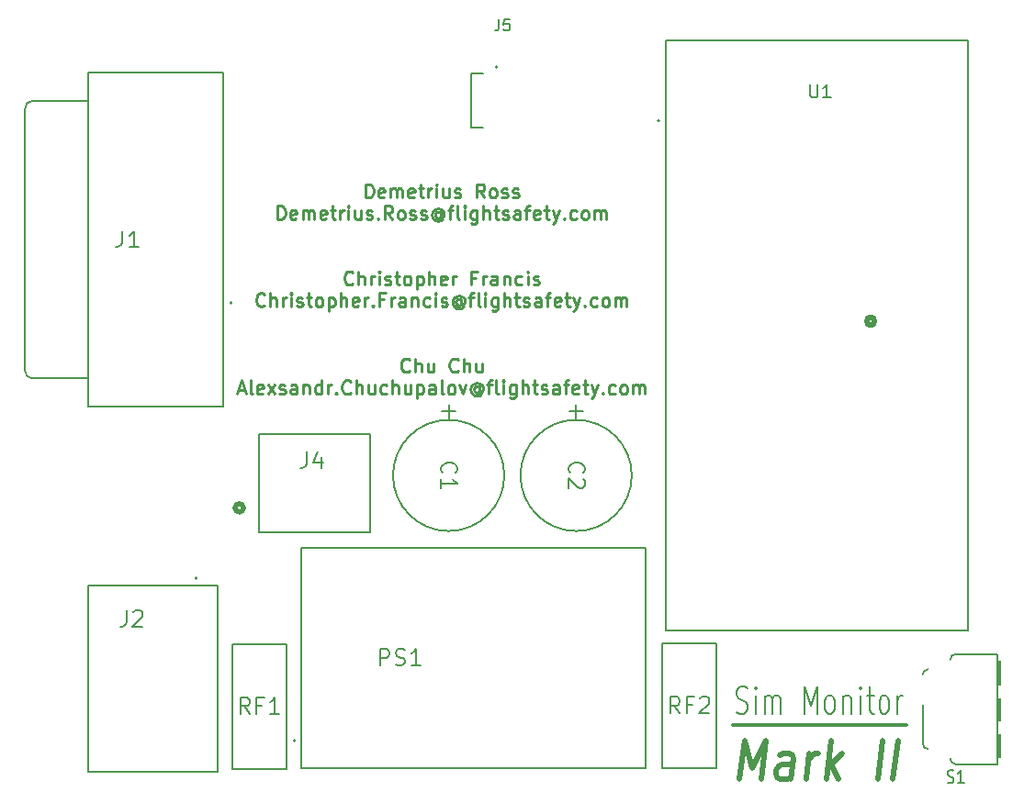
<source format=gbr>
%TF.GenerationSoftware,KiCad,Pcbnew,9.0.0*%
%TF.CreationDate,2025-05-02T07:07:21-06:00*%
%TF.ProjectId,schematic_Mk2.1,73636865-6d61-4746-9963-5f4d6b322e31,rev?*%
%TF.SameCoordinates,Original*%
%TF.FileFunction,Legend,Top*%
%TF.FilePolarity,Positive*%
%FSLAX46Y46*%
G04 Gerber Fmt 4.6, Leading zero omitted, Abs format (unit mm)*
G04 Created by KiCad (PCBNEW 9.0.0) date 2025-05-02 07:07:21*
%MOMM*%
%LPD*%
G01*
G04 APERTURE LIST*
%ADD10C,0.500000*%
%ADD11C,0.300000*%
%ADD12C,0.200000*%
%ADD13C,0.250000*%
%ADD14C,0.150000*%
%ADD15C,0.127000*%
%ADD16C,0.152400*%
%ADD17C,0.010000*%
%ADD18C,0.508000*%
G04 APERTURE END LIST*
D10*
X155822399Y-123745667D02*
X156259899Y-120245667D01*
X156259899Y-120245667D02*
X156947399Y-122745667D01*
X156947399Y-122745667D02*
X158259899Y-120245667D01*
X158259899Y-120245667D02*
X157822399Y-123745667D01*
X160536684Y-123745667D02*
X160765851Y-121912334D01*
X160765851Y-121912334D02*
X160664660Y-121579001D01*
X160664660Y-121579001D02*
X160399779Y-121412334D01*
X160399779Y-121412334D02*
X159828351Y-121412334D01*
X159828351Y-121412334D02*
X159521803Y-121579001D01*
X160557518Y-123579001D02*
X160250970Y-123745667D01*
X160250970Y-123745667D02*
X159536684Y-123745667D01*
X159536684Y-123745667D02*
X159271803Y-123579001D01*
X159271803Y-123579001D02*
X159170613Y-123245667D01*
X159170613Y-123245667D02*
X159212279Y-122912334D01*
X159212279Y-122912334D02*
X159396803Y-122579001D01*
X159396803Y-122579001D02*
X159703351Y-122412334D01*
X159703351Y-122412334D02*
X160417637Y-122412334D01*
X160417637Y-122412334D02*
X160724184Y-122245667D01*
X161965256Y-123745667D02*
X162256923Y-121412334D01*
X162173589Y-122079001D02*
X162358113Y-121745667D01*
X162358113Y-121745667D02*
X162521804Y-121579001D01*
X162521804Y-121579001D02*
X162828351Y-121412334D01*
X162828351Y-121412334D02*
X163114065Y-121412334D01*
X163822399Y-123745667D02*
X164259899Y-120245667D01*
X164274780Y-122412334D02*
X164965256Y-123745667D01*
X165256923Y-121412334D02*
X163947399Y-122745667D01*
X168536684Y-123745667D02*
X168974184Y-120245667D01*
X169965255Y-123745667D02*
X170402755Y-120245667D01*
D11*
X155225000Y-118750000D02*
X171175000Y-118750000D01*
D12*
X155541668Y-117614600D02*
X155791668Y-117733647D01*
X155791668Y-117733647D02*
X156208335Y-117733647D01*
X156208335Y-117733647D02*
X156375001Y-117614600D01*
X156375001Y-117614600D02*
X156458335Y-117495552D01*
X156458335Y-117495552D02*
X156541668Y-117257457D01*
X156541668Y-117257457D02*
X156541668Y-117019361D01*
X156541668Y-117019361D02*
X156458335Y-116781266D01*
X156458335Y-116781266D02*
X156375001Y-116662219D01*
X156375001Y-116662219D02*
X156208335Y-116543171D01*
X156208335Y-116543171D02*
X155875001Y-116424123D01*
X155875001Y-116424123D02*
X155708335Y-116305076D01*
X155708335Y-116305076D02*
X155625001Y-116186028D01*
X155625001Y-116186028D02*
X155541668Y-115947933D01*
X155541668Y-115947933D02*
X155541668Y-115709838D01*
X155541668Y-115709838D02*
X155625001Y-115471742D01*
X155625001Y-115471742D02*
X155708335Y-115352695D01*
X155708335Y-115352695D02*
X155875001Y-115233647D01*
X155875001Y-115233647D02*
X156291668Y-115233647D01*
X156291668Y-115233647D02*
X156541668Y-115352695D01*
X157291668Y-117733647D02*
X157291668Y-116066980D01*
X157291668Y-115233647D02*
X157208335Y-115352695D01*
X157208335Y-115352695D02*
X157291668Y-115471742D01*
X157291668Y-115471742D02*
X157375002Y-115352695D01*
X157375002Y-115352695D02*
X157291668Y-115233647D01*
X157291668Y-115233647D02*
X157291668Y-115471742D01*
X158125001Y-117733647D02*
X158125001Y-116066980D01*
X158125001Y-116305076D02*
X158208335Y-116186028D01*
X158208335Y-116186028D02*
X158375001Y-116066980D01*
X158375001Y-116066980D02*
X158625001Y-116066980D01*
X158625001Y-116066980D02*
X158791668Y-116186028D01*
X158791668Y-116186028D02*
X158875001Y-116424123D01*
X158875001Y-116424123D02*
X158875001Y-117733647D01*
X158875001Y-116424123D02*
X158958335Y-116186028D01*
X158958335Y-116186028D02*
X159125001Y-116066980D01*
X159125001Y-116066980D02*
X159375001Y-116066980D01*
X159375001Y-116066980D02*
X159541668Y-116186028D01*
X159541668Y-116186028D02*
X159625001Y-116424123D01*
X159625001Y-116424123D02*
X159625001Y-117733647D01*
X161791667Y-117733647D02*
X161791667Y-115233647D01*
X161791667Y-115233647D02*
X162375001Y-117019361D01*
X162375001Y-117019361D02*
X162958334Y-115233647D01*
X162958334Y-115233647D02*
X162958334Y-117733647D01*
X164041667Y-117733647D02*
X163875001Y-117614600D01*
X163875001Y-117614600D02*
X163791667Y-117495552D01*
X163791667Y-117495552D02*
X163708334Y-117257457D01*
X163708334Y-117257457D02*
X163708334Y-116543171D01*
X163708334Y-116543171D02*
X163791667Y-116305076D01*
X163791667Y-116305076D02*
X163875001Y-116186028D01*
X163875001Y-116186028D02*
X164041667Y-116066980D01*
X164041667Y-116066980D02*
X164291667Y-116066980D01*
X164291667Y-116066980D02*
X164458334Y-116186028D01*
X164458334Y-116186028D02*
X164541667Y-116305076D01*
X164541667Y-116305076D02*
X164625001Y-116543171D01*
X164625001Y-116543171D02*
X164625001Y-117257457D01*
X164625001Y-117257457D02*
X164541667Y-117495552D01*
X164541667Y-117495552D02*
X164458334Y-117614600D01*
X164458334Y-117614600D02*
X164291667Y-117733647D01*
X164291667Y-117733647D02*
X164041667Y-117733647D01*
X165375000Y-116066980D02*
X165375000Y-117733647D01*
X165375000Y-116305076D02*
X165458334Y-116186028D01*
X165458334Y-116186028D02*
X165625000Y-116066980D01*
X165625000Y-116066980D02*
X165875000Y-116066980D01*
X165875000Y-116066980D02*
X166041667Y-116186028D01*
X166041667Y-116186028D02*
X166125000Y-116424123D01*
X166125000Y-116424123D02*
X166125000Y-117733647D01*
X166958333Y-117733647D02*
X166958333Y-116066980D01*
X166958333Y-115233647D02*
X166875000Y-115352695D01*
X166875000Y-115352695D02*
X166958333Y-115471742D01*
X166958333Y-115471742D02*
X167041667Y-115352695D01*
X167041667Y-115352695D02*
X166958333Y-115233647D01*
X166958333Y-115233647D02*
X166958333Y-115471742D01*
X167541666Y-116066980D02*
X168208333Y-116066980D01*
X167791666Y-115233647D02*
X167791666Y-117376504D01*
X167791666Y-117376504D02*
X167875000Y-117614600D01*
X167875000Y-117614600D02*
X168041666Y-117733647D01*
X168041666Y-117733647D02*
X168208333Y-117733647D01*
X169041666Y-117733647D02*
X168875000Y-117614600D01*
X168875000Y-117614600D02*
X168791666Y-117495552D01*
X168791666Y-117495552D02*
X168708333Y-117257457D01*
X168708333Y-117257457D02*
X168708333Y-116543171D01*
X168708333Y-116543171D02*
X168791666Y-116305076D01*
X168791666Y-116305076D02*
X168875000Y-116186028D01*
X168875000Y-116186028D02*
X169041666Y-116066980D01*
X169041666Y-116066980D02*
X169291666Y-116066980D01*
X169291666Y-116066980D02*
X169458333Y-116186028D01*
X169458333Y-116186028D02*
X169541666Y-116305076D01*
X169541666Y-116305076D02*
X169625000Y-116543171D01*
X169625000Y-116543171D02*
X169625000Y-117257457D01*
X169625000Y-117257457D02*
X169541666Y-117495552D01*
X169541666Y-117495552D02*
X169458333Y-117614600D01*
X169458333Y-117614600D02*
X169291666Y-117733647D01*
X169291666Y-117733647D02*
X169041666Y-117733647D01*
X170374999Y-117733647D02*
X170374999Y-116066980D01*
X170374999Y-116543171D02*
X170458333Y-116305076D01*
X170458333Y-116305076D02*
X170541666Y-116186028D01*
X170541666Y-116186028D02*
X170708333Y-116066980D01*
X170708333Y-116066980D02*
X170874999Y-116066980D01*
D13*
X121341190Y-70122153D02*
X121341190Y-68872153D01*
X121341190Y-68872153D02*
X121638809Y-68872153D01*
X121638809Y-68872153D02*
X121817380Y-68931677D01*
X121817380Y-68931677D02*
X121936428Y-69050725D01*
X121936428Y-69050725D02*
X121995951Y-69169772D01*
X121995951Y-69169772D02*
X122055475Y-69407868D01*
X122055475Y-69407868D02*
X122055475Y-69586439D01*
X122055475Y-69586439D02*
X121995951Y-69824534D01*
X121995951Y-69824534D02*
X121936428Y-69943582D01*
X121936428Y-69943582D02*
X121817380Y-70062630D01*
X121817380Y-70062630D02*
X121638809Y-70122153D01*
X121638809Y-70122153D02*
X121341190Y-70122153D01*
X123067380Y-70062630D02*
X122948332Y-70122153D01*
X122948332Y-70122153D02*
X122710237Y-70122153D01*
X122710237Y-70122153D02*
X122591190Y-70062630D01*
X122591190Y-70062630D02*
X122531666Y-69943582D01*
X122531666Y-69943582D02*
X122531666Y-69467391D01*
X122531666Y-69467391D02*
X122591190Y-69348344D01*
X122591190Y-69348344D02*
X122710237Y-69288820D01*
X122710237Y-69288820D02*
X122948332Y-69288820D01*
X122948332Y-69288820D02*
X123067380Y-69348344D01*
X123067380Y-69348344D02*
X123126904Y-69467391D01*
X123126904Y-69467391D02*
X123126904Y-69586439D01*
X123126904Y-69586439D02*
X122531666Y-69705487D01*
X123662619Y-70122153D02*
X123662619Y-69288820D01*
X123662619Y-69407868D02*
X123722142Y-69348344D01*
X123722142Y-69348344D02*
X123841190Y-69288820D01*
X123841190Y-69288820D02*
X124019761Y-69288820D01*
X124019761Y-69288820D02*
X124138809Y-69348344D01*
X124138809Y-69348344D02*
X124198333Y-69467391D01*
X124198333Y-69467391D02*
X124198333Y-70122153D01*
X124198333Y-69467391D02*
X124257857Y-69348344D01*
X124257857Y-69348344D02*
X124376904Y-69288820D01*
X124376904Y-69288820D02*
X124555476Y-69288820D01*
X124555476Y-69288820D02*
X124674523Y-69348344D01*
X124674523Y-69348344D02*
X124734047Y-69467391D01*
X124734047Y-69467391D02*
X124734047Y-70122153D01*
X125805476Y-70062630D02*
X125686428Y-70122153D01*
X125686428Y-70122153D02*
X125448333Y-70122153D01*
X125448333Y-70122153D02*
X125329286Y-70062630D01*
X125329286Y-70062630D02*
X125269762Y-69943582D01*
X125269762Y-69943582D02*
X125269762Y-69467391D01*
X125269762Y-69467391D02*
X125329286Y-69348344D01*
X125329286Y-69348344D02*
X125448333Y-69288820D01*
X125448333Y-69288820D02*
X125686428Y-69288820D01*
X125686428Y-69288820D02*
X125805476Y-69348344D01*
X125805476Y-69348344D02*
X125865000Y-69467391D01*
X125865000Y-69467391D02*
X125865000Y-69586439D01*
X125865000Y-69586439D02*
X125269762Y-69705487D01*
X126222143Y-69288820D02*
X126698334Y-69288820D01*
X126400715Y-68872153D02*
X126400715Y-69943582D01*
X126400715Y-69943582D02*
X126460238Y-70062630D01*
X126460238Y-70062630D02*
X126579286Y-70122153D01*
X126579286Y-70122153D02*
X126698334Y-70122153D01*
X127115001Y-70122153D02*
X127115001Y-69288820D01*
X127115001Y-69526915D02*
X127174524Y-69407868D01*
X127174524Y-69407868D02*
X127234048Y-69348344D01*
X127234048Y-69348344D02*
X127353096Y-69288820D01*
X127353096Y-69288820D02*
X127472143Y-69288820D01*
X127888811Y-70122153D02*
X127888811Y-69288820D01*
X127888811Y-68872153D02*
X127829287Y-68931677D01*
X127829287Y-68931677D02*
X127888811Y-68991201D01*
X127888811Y-68991201D02*
X127948334Y-68931677D01*
X127948334Y-68931677D02*
X127888811Y-68872153D01*
X127888811Y-68872153D02*
X127888811Y-68991201D01*
X129019763Y-69288820D02*
X129019763Y-70122153D01*
X128484049Y-69288820D02*
X128484049Y-69943582D01*
X128484049Y-69943582D02*
X128543572Y-70062630D01*
X128543572Y-70062630D02*
X128662620Y-70122153D01*
X128662620Y-70122153D02*
X128841191Y-70122153D01*
X128841191Y-70122153D02*
X128960239Y-70062630D01*
X128960239Y-70062630D02*
X129019763Y-70003106D01*
X129555477Y-70062630D02*
X129674524Y-70122153D01*
X129674524Y-70122153D02*
X129912620Y-70122153D01*
X129912620Y-70122153D02*
X130031667Y-70062630D01*
X130031667Y-70062630D02*
X130091191Y-69943582D01*
X130091191Y-69943582D02*
X130091191Y-69884058D01*
X130091191Y-69884058D02*
X130031667Y-69765010D01*
X130031667Y-69765010D02*
X129912620Y-69705487D01*
X129912620Y-69705487D02*
X129734048Y-69705487D01*
X129734048Y-69705487D02*
X129615001Y-69645963D01*
X129615001Y-69645963D02*
X129555477Y-69526915D01*
X129555477Y-69526915D02*
X129555477Y-69467391D01*
X129555477Y-69467391D02*
X129615001Y-69348344D01*
X129615001Y-69348344D02*
X129734048Y-69288820D01*
X129734048Y-69288820D02*
X129912620Y-69288820D01*
X129912620Y-69288820D02*
X130031667Y-69348344D01*
X132293572Y-70122153D02*
X131876906Y-69526915D01*
X131579287Y-70122153D02*
X131579287Y-68872153D01*
X131579287Y-68872153D02*
X132055477Y-68872153D01*
X132055477Y-68872153D02*
X132174525Y-68931677D01*
X132174525Y-68931677D02*
X132234048Y-68991201D01*
X132234048Y-68991201D02*
X132293572Y-69110249D01*
X132293572Y-69110249D02*
X132293572Y-69288820D01*
X132293572Y-69288820D02*
X132234048Y-69407868D01*
X132234048Y-69407868D02*
X132174525Y-69467391D01*
X132174525Y-69467391D02*
X132055477Y-69526915D01*
X132055477Y-69526915D02*
X131579287Y-69526915D01*
X133007858Y-70122153D02*
X132888810Y-70062630D01*
X132888810Y-70062630D02*
X132829287Y-70003106D01*
X132829287Y-70003106D02*
X132769763Y-69884058D01*
X132769763Y-69884058D02*
X132769763Y-69526915D01*
X132769763Y-69526915D02*
X132829287Y-69407868D01*
X132829287Y-69407868D02*
X132888810Y-69348344D01*
X132888810Y-69348344D02*
X133007858Y-69288820D01*
X133007858Y-69288820D02*
X133186429Y-69288820D01*
X133186429Y-69288820D02*
X133305477Y-69348344D01*
X133305477Y-69348344D02*
X133365001Y-69407868D01*
X133365001Y-69407868D02*
X133424525Y-69526915D01*
X133424525Y-69526915D02*
X133424525Y-69884058D01*
X133424525Y-69884058D02*
X133365001Y-70003106D01*
X133365001Y-70003106D02*
X133305477Y-70062630D01*
X133305477Y-70062630D02*
X133186429Y-70122153D01*
X133186429Y-70122153D02*
X133007858Y-70122153D01*
X133900715Y-70062630D02*
X134019762Y-70122153D01*
X134019762Y-70122153D02*
X134257858Y-70122153D01*
X134257858Y-70122153D02*
X134376905Y-70062630D01*
X134376905Y-70062630D02*
X134436429Y-69943582D01*
X134436429Y-69943582D02*
X134436429Y-69884058D01*
X134436429Y-69884058D02*
X134376905Y-69765010D01*
X134376905Y-69765010D02*
X134257858Y-69705487D01*
X134257858Y-69705487D02*
X134079286Y-69705487D01*
X134079286Y-69705487D02*
X133960239Y-69645963D01*
X133960239Y-69645963D02*
X133900715Y-69526915D01*
X133900715Y-69526915D02*
X133900715Y-69467391D01*
X133900715Y-69467391D02*
X133960239Y-69348344D01*
X133960239Y-69348344D02*
X134079286Y-69288820D01*
X134079286Y-69288820D02*
X134257858Y-69288820D01*
X134257858Y-69288820D02*
X134376905Y-69348344D01*
X134912620Y-70062630D02*
X135031667Y-70122153D01*
X135031667Y-70122153D02*
X135269763Y-70122153D01*
X135269763Y-70122153D02*
X135388810Y-70062630D01*
X135388810Y-70062630D02*
X135448334Y-69943582D01*
X135448334Y-69943582D02*
X135448334Y-69884058D01*
X135448334Y-69884058D02*
X135388810Y-69765010D01*
X135388810Y-69765010D02*
X135269763Y-69705487D01*
X135269763Y-69705487D02*
X135091191Y-69705487D01*
X135091191Y-69705487D02*
X134972144Y-69645963D01*
X134972144Y-69645963D02*
X134912620Y-69526915D01*
X134912620Y-69526915D02*
X134912620Y-69467391D01*
X134912620Y-69467391D02*
X134972144Y-69348344D01*
X134972144Y-69348344D02*
X135091191Y-69288820D01*
X135091191Y-69288820D02*
X135269763Y-69288820D01*
X135269763Y-69288820D02*
X135388810Y-69348344D01*
X113216189Y-72134583D02*
X113216189Y-70884583D01*
X113216189Y-70884583D02*
X113513808Y-70884583D01*
X113513808Y-70884583D02*
X113692379Y-70944107D01*
X113692379Y-70944107D02*
X113811427Y-71063155D01*
X113811427Y-71063155D02*
X113870950Y-71182202D01*
X113870950Y-71182202D02*
X113930474Y-71420298D01*
X113930474Y-71420298D02*
X113930474Y-71598869D01*
X113930474Y-71598869D02*
X113870950Y-71836964D01*
X113870950Y-71836964D02*
X113811427Y-71956012D01*
X113811427Y-71956012D02*
X113692379Y-72075060D01*
X113692379Y-72075060D02*
X113513808Y-72134583D01*
X113513808Y-72134583D02*
X113216189Y-72134583D01*
X114942379Y-72075060D02*
X114823331Y-72134583D01*
X114823331Y-72134583D02*
X114585236Y-72134583D01*
X114585236Y-72134583D02*
X114466189Y-72075060D01*
X114466189Y-72075060D02*
X114406665Y-71956012D01*
X114406665Y-71956012D02*
X114406665Y-71479821D01*
X114406665Y-71479821D02*
X114466189Y-71360774D01*
X114466189Y-71360774D02*
X114585236Y-71301250D01*
X114585236Y-71301250D02*
X114823331Y-71301250D01*
X114823331Y-71301250D02*
X114942379Y-71360774D01*
X114942379Y-71360774D02*
X115001903Y-71479821D01*
X115001903Y-71479821D02*
X115001903Y-71598869D01*
X115001903Y-71598869D02*
X114406665Y-71717917D01*
X115537618Y-72134583D02*
X115537618Y-71301250D01*
X115537618Y-71420298D02*
X115597141Y-71360774D01*
X115597141Y-71360774D02*
X115716189Y-71301250D01*
X115716189Y-71301250D02*
X115894760Y-71301250D01*
X115894760Y-71301250D02*
X116013808Y-71360774D01*
X116013808Y-71360774D02*
X116073332Y-71479821D01*
X116073332Y-71479821D02*
X116073332Y-72134583D01*
X116073332Y-71479821D02*
X116132856Y-71360774D01*
X116132856Y-71360774D02*
X116251903Y-71301250D01*
X116251903Y-71301250D02*
X116430475Y-71301250D01*
X116430475Y-71301250D02*
X116549522Y-71360774D01*
X116549522Y-71360774D02*
X116609046Y-71479821D01*
X116609046Y-71479821D02*
X116609046Y-72134583D01*
X117680475Y-72075060D02*
X117561427Y-72134583D01*
X117561427Y-72134583D02*
X117323332Y-72134583D01*
X117323332Y-72134583D02*
X117204285Y-72075060D01*
X117204285Y-72075060D02*
X117144761Y-71956012D01*
X117144761Y-71956012D02*
X117144761Y-71479821D01*
X117144761Y-71479821D02*
X117204285Y-71360774D01*
X117204285Y-71360774D02*
X117323332Y-71301250D01*
X117323332Y-71301250D02*
X117561427Y-71301250D01*
X117561427Y-71301250D02*
X117680475Y-71360774D01*
X117680475Y-71360774D02*
X117739999Y-71479821D01*
X117739999Y-71479821D02*
X117739999Y-71598869D01*
X117739999Y-71598869D02*
X117144761Y-71717917D01*
X118097142Y-71301250D02*
X118573333Y-71301250D01*
X118275714Y-70884583D02*
X118275714Y-71956012D01*
X118275714Y-71956012D02*
X118335237Y-72075060D01*
X118335237Y-72075060D02*
X118454285Y-72134583D01*
X118454285Y-72134583D02*
X118573333Y-72134583D01*
X118990000Y-72134583D02*
X118990000Y-71301250D01*
X118990000Y-71539345D02*
X119049523Y-71420298D01*
X119049523Y-71420298D02*
X119109047Y-71360774D01*
X119109047Y-71360774D02*
X119228095Y-71301250D01*
X119228095Y-71301250D02*
X119347142Y-71301250D01*
X119763810Y-72134583D02*
X119763810Y-71301250D01*
X119763810Y-70884583D02*
X119704286Y-70944107D01*
X119704286Y-70944107D02*
X119763810Y-71003631D01*
X119763810Y-71003631D02*
X119823333Y-70944107D01*
X119823333Y-70944107D02*
X119763810Y-70884583D01*
X119763810Y-70884583D02*
X119763810Y-71003631D01*
X120894762Y-71301250D02*
X120894762Y-72134583D01*
X120359048Y-71301250D02*
X120359048Y-71956012D01*
X120359048Y-71956012D02*
X120418571Y-72075060D01*
X120418571Y-72075060D02*
X120537619Y-72134583D01*
X120537619Y-72134583D02*
X120716190Y-72134583D01*
X120716190Y-72134583D02*
X120835238Y-72075060D01*
X120835238Y-72075060D02*
X120894762Y-72015536D01*
X121430476Y-72075060D02*
X121549523Y-72134583D01*
X121549523Y-72134583D02*
X121787619Y-72134583D01*
X121787619Y-72134583D02*
X121906666Y-72075060D01*
X121906666Y-72075060D02*
X121966190Y-71956012D01*
X121966190Y-71956012D02*
X121966190Y-71896488D01*
X121966190Y-71896488D02*
X121906666Y-71777440D01*
X121906666Y-71777440D02*
X121787619Y-71717917D01*
X121787619Y-71717917D02*
X121609047Y-71717917D01*
X121609047Y-71717917D02*
X121490000Y-71658393D01*
X121490000Y-71658393D02*
X121430476Y-71539345D01*
X121430476Y-71539345D02*
X121430476Y-71479821D01*
X121430476Y-71479821D02*
X121490000Y-71360774D01*
X121490000Y-71360774D02*
X121609047Y-71301250D01*
X121609047Y-71301250D02*
X121787619Y-71301250D01*
X121787619Y-71301250D02*
X121906666Y-71360774D01*
X122501905Y-72015536D02*
X122561428Y-72075060D01*
X122561428Y-72075060D02*
X122501905Y-72134583D01*
X122501905Y-72134583D02*
X122442381Y-72075060D01*
X122442381Y-72075060D02*
X122501905Y-72015536D01*
X122501905Y-72015536D02*
X122501905Y-72134583D01*
X123811428Y-72134583D02*
X123394762Y-71539345D01*
X123097143Y-72134583D02*
X123097143Y-70884583D01*
X123097143Y-70884583D02*
X123573333Y-70884583D01*
X123573333Y-70884583D02*
X123692381Y-70944107D01*
X123692381Y-70944107D02*
X123751904Y-71003631D01*
X123751904Y-71003631D02*
X123811428Y-71122679D01*
X123811428Y-71122679D02*
X123811428Y-71301250D01*
X123811428Y-71301250D02*
X123751904Y-71420298D01*
X123751904Y-71420298D02*
X123692381Y-71479821D01*
X123692381Y-71479821D02*
X123573333Y-71539345D01*
X123573333Y-71539345D02*
X123097143Y-71539345D01*
X124525714Y-72134583D02*
X124406666Y-72075060D01*
X124406666Y-72075060D02*
X124347143Y-72015536D01*
X124347143Y-72015536D02*
X124287619Y-71896488D01*
X124287619Y-71896488D02*
X124287619Y-71539345D01*
X124287619Y-71539345D02*
X124347143Y-71420298D01*
X124347143Y-71420298D02*
X124406666Y-71360774D01*
X124406666Y-71360774D02*
X124525714Y-71301250D01*
X124525714Y-71301250D02*
X124704285Y-71301250D01*
X124704285Y-71301250D02*
X124823333Y-71360774D01*
X124823333Y-71360774D02*
X124882857Y-71420298D01*
X124882857Y-71420298D02*
X124942381Y-71539345D01*
X124942381Y-71539345D02*
X124942381Y-71896488D01*
X124942381Y-71896488D02*
X124882857Y-72015536D01*
X124882857Y-72015536D02*
X124823333Y-72075060D01*
X124823333Y-72075060D02*
X124704285Y-72134583D01*
X124704285Y-72134583D02*
X124525714Y-72134583D01*
X125418571Y-72075060D02*
X125537618Y-72134583D01*
X125537618Y-72134583D02*
X125775714Y-72134583D01*
X125775714Y-72134583D02*
X125894761Y-72075060D01*
X125894761Y-72075060D02*
X125954285Y-71956012D01*
X125954285Y-71956012D02*
X125954285Y-71896488D01*
X125954285Y-71896488D02*
X125894761Y-71777440D01*
X125894761Y-71777440D02*
X125775714Y-71717917D01*
X125775714Y-71717917D02*
X125597142Y-71717917D01*
X125597142Y-71717917D02*
X125478095Y-71658393D01*
X125478095Y-71658393D02*
X125418571Y-71539345D01*
X125418571Y-71539345D02*
X125418571Y-71479821D01*
X125418571Y-71479821D02*
X125478095Y-71360774D01*
X125478095Y-71360774D02*
X125597142Y-71301250D01*
X125597142Y-71301250D02*
X125775714Y-71301250D01*
X125775714Y-71301250D02*
X125894761Y-71360774D01*
X126430476Y-72075060D02*
X126549523Y-72134583D01*
X126549523Y-72134583D02*
X126787619Y-72134583D01*
X126787619Y-72134583D02*
X126906666Y-72075060D01*
X126906666Y-72075060D02*
X126966190Y-71956012D01*
X126966190Y-71956012D02*
X126966190Y-71896488D01*
X126966190Y-71896488D02*
X126906666Y-71777440D01*
X126906666Y-71777440D02*
X126787619Y-71717917D01*
X126787619Y-71717917D02*
X126609047Y-71717917D01*
X126609047Y-71717917D02*
X126490000Y-71658393D01*
X126490000Y-71658393D02*
X126430476Y-71539345D01*
X126430476Y-71539345D02*
X126430476Y-71479821D01*
X126430476Y-71479821D02*
X126490000Y-71360774D01*
X126490000Y-71360774D02*
X126609047Y-71301250D01*
X126609047Y-71301250D02*
X126787619Y-71301250D01*
X126787619Y-71301250D02*
X126906666Y-71360774D01*
X128275714Y-71539345D02*
X128216190Y-71479821D01*
X128216190Y-71479821D02*
X128097143Y-71420298D01*
X128097143Y-71420298D02*
X127978095Y-71420298D01*
X127978095Y-71420298D02*
X127859047Y-71479821D01*
X127859047Y-71479821D02*
X127799524Y-71539345D01*
X127799524Y-71539345D02*
X127740000Y-71658393D01*
X127740000Y-71658393D02*
X127740000Y-71777440D01*
X127740000Y-71777440D02*
X127799524Y-71896488D01*
X127799524Y-71896488D02*
X127859047Y-71956012D01*
X127859047Y-71956012D02*
X127978095Y-72015536D01*
X127978095Y-72015536D02*
X128097143Y-72015536D01*
X128097143Y-72015536D02*
X128216190Y-71956012D01*
X128216190Y-71956012D02*
X128275714Y-71896488D01*
X128275714Y-71420298D02*
X128275714Y-71896488D01*
X128275714Y-71896488D02*
X128335238Y-71956012D01*
X128335238Y-71956012D02*
X128394762Y-71956012D01*
X128394762Y-71956012D02*
X128513809Y-71896488D01*
X128513809Y-71896488D02*
X128573333Y-71777440D01*
X128573333Y-71777440D02*
X128573333Y-71479821D01*
X128573333Y-71479821D02*
X128454286Y-71301250D01*
X128454286Y-71301250D02*
X128275714Y-71182202D01*
X128275714Y-71182202D02*
X128037619Y-71122679D01*
X128037619Y-71122679D02*
X127799524Y-71182202D01*
X127799524Y-71182202D02*
X127620952Y-71301250D01*
X127620952Y-71301250D02*
X127501905Y-71479821D01*
X127501905Y-71479821D02*
X127442381Y-71717917D01*
X127442381Y-71717917D02*
X127501905Y-71956012D01*
X127501905Y-71956012D02*
X127620952Y-72134583D01*
X127620952Y-72134583D02*
X127799524Y-72253631D01*
X127799524Y-72253631D02*
X128037619Y-72313155D01*
X128037619Y-72313155D02*
X128275714Y-72253631D01*
X128275714Y-72253631D02*
X128454286Y-72134583D01*
X128930476Y-71301250D02*
X129406667Y-71301250D01*
X129109048Y-72134583D02*
X129109048Y-71063155D01*
X129109048Y-71063155D02*
X129168571Y-70944107D01*
X129168571Y-70944107D02*
X129287619Y-70884583D01*
X129287619Y-70884583D02*
X129406667Y-70884583D01*
X130001905Y-72134583D02*
X129882857Y-72075060D01*
X129882857Y-72075060D02*
X129823334Y-71956012D01*
X129823334Y-71956012D02*
X129823334Y-70884583D01*
X130478096Y-72134583D02*
X130478096Y-71301250D01*
X130478096Y-70884583D02*
X130418572Y-70944107D01*
X130418572Y-70944107D02*
X130478096Y-71003631D01*
X130478096Y-71003631D02*
X130537619Y-70944107D01*
X130537619Y-70944107D02*
X130478096Y-70884583D01*
X130478096Y-70884583D02*
X130478096Y-71003631D01*
X131609048Y-71301250D02*
X131609048Y-72313155D01*
X131609048Y-72313155D02*
X131549524Y-72432202D01*
X131549524Y-72432202D02*
X131490000Y-72491726D01*
X131490000Y-72491726D02*
X131370953Y-72551250D01*
X131370953Y-72551250D02*
X131192381Y-72551250D01*
X131192381Y-72551250D02*
X131073334Y-72491726D01*
X131609048Y-72075060D02*
X131490000Y-72134583D01*
X131490000Y-72134583D02*
X131251905Y-72134583D01*
X131251905Y-72134583D02*
X131132857Y-72075060D01*
X131132857Y-72075060D02*
X131073334Y-72015536D01*
X131073334Y-72015536D02*
X131013810Y-71896488D01*
X131013810Y-71896488D02*
X131013810Y-71539345D01*
X131013810Y-71539345D02*
X131073334Y-71420298D01*
X131073334Y-71420298D02*
X131132857Y-71360774D01*
X131132857Y-71360774D02*
X131251905Y-71301250D01*
X131251905Y-71301250D02*
X131490000Y-71301250D01*
X131490000Y-71301250D02*
X131609048Y-71360774D01*
X132204286Y-72134583D02*
X132204286Y-70884583D01*
X132740000Y-72134583D02*
X132740000Y-71479821D01*
X132740000Y-71479821D02*
X132680476Y-71360774D01*
X132680476Y-71360774D02*
X132561428Y-71301250D01*
X132561428Y-71301250D02*
X132382857Y-71301250D01*
X132382857Y-71301250D02*
X132263809Y-71360774D01*
X132263809Y-71360774D02*
X132204286Y-71420298D01*
X133156666Y-71301250D02*
X133632857Y-71301250D01*
X133335238Y-70884583D02*
X133335238Y-71956012D01*
X133335238Y-71956012D02*
X133394761Y-72075060D01*
X133394761Y-72075060D02*
X133513809Y-72134583D01*
X133513809Y-72134583D02*
X133632857Y-72134583D01*
X133990000Y-72075060D02*
X134109047Y-72134583D01*
X134109047Y-72134583D02*
X134347143Y-72134583D01*
X134347143Y-72134583D02*
X134466190Y-72075060D01*
X134466190Y-72075060D02*
X134525714Y-71956012D01*
X134525714Y-71956012D02*
X134525714Y-71896488D01*
X134525714Y-71896488D02*
X134466190Y-71777440D01*
X134466190Y-71777440D02*
X134347143Y-71717917D01*
X134347143Y-71717917D02*
X134168571Y-71717917D01*
X134168571Y-71717917D02*
X134049524Y-71658393D01*
X134049524Y-71658393D02*
X133990000Y-71539345D01*
X133990000Y-71539345D02*
X133990000Y-71479821D01*
X133990000Y-71479821D02*
X134049524Y-71360774D01*
X134049524Y-71360774D02*
X134168571Y-71301250D01*
X134168571Y-71301250D02*
X134347143Y-71301250D01*
X134347143Y-71301250D02*
X134466190Y-71360774D01*
X135597143Y-72134583D02*
X135597143Y-71479821D01*
X135597143Y-71479821D02*
X135537619Y-71360774D01*
X135537619Y-71360774D02*
X135418571Y-71301250D01*
X135418571Y-71301250D02*
X135180476Y-71301250D01*
X135180476Y-71301250D02*
X135061429Y-71360774D01*
X135597143Y-72075060D02*
X135478095Y-72134583D01*
X135478095Y-72134583D02*
X135180476Y-72134583D01*
X135180476Y-72134583D02*
X135061429Y-72075060D01*
X135061429Y-72075060D02*
X135001905Y-71956012D01*
X135001905Y-71956012D02*
X135001905Y-71836964D01*
X135001905Y-71836964D02*
X135061429Y-71717917D01*
X135061429Y-71717917D02*
X135180476Y-71658393D01*
X135180476Y-71658393D02*
X135478095Y-71658393D01*
X135478095Y-71658393D02*
X135597143Y-71598869D01*
X136013809Y-71301250D02*
X136490000Y-71301250D01*
X136192381Y-72134583D02*
X136192381Y-71063155D01*
X136192381Y-71063155D02*
X136251904Y-70944107D01*
X136251904Y-70944107D02*
X136370952Y-70884583D01*
X136370952Y-70884583D02*
X136490000Y-70884583D01*
X137382857Y-72075060D02*
X137263809Y-72134583D01*
X137263809Y-72134583D02*
X137025714Y-72134583D01*
X137025714Y-72134583D02*
X136906667Y-72075060D01*
X136906667Y-72075060D02*
X136847143Y-71956012D01*
X136847143Y-71956012D02*
X136847143Y-71479821D01*
X136847143Y-71479821D02*
X136906667Y-71360774D01*
X136906667Y-71360774D02*
X137025714Y-71301250D01*
X137025714Y-71301250D02*
X137263809Y-71301250D01*
X137263809Y-71301250D02*
X137382857Y-71360774D01*
X137382857Y-71360774D02*
X137442381Y-71479821D01*
X137442381Y-71479821D02*
X137442381Y-71598869D01*
X137442381Y-71598869D02*
X136847143Y-71717917D01*
X137799524Y-71301250D02*
X138275715Y-71301250D01*
X137978096Y-70884583D02*
X137978096Y-71956012D01*
X137978096Y-71956012D02*
X138037619Y-72075060D01*
X138037619Y-72075060D02*
X138156667Y-72134583D01*
X138156667Y-72134583D02*
X138275715Y-72134583D01*
X138573334Y-71301250D02*
X138870953Y-72134583D01*
X139168572Y-71301250D02*
X138870953Y-72134583D01*
X138870953Y-72134583D02*
X138751905Y-72432202D01*
X138751905Y-72432202D02*
X138692382Y-72491726D01*
X138692382Y-72491726D02*
X138573334Y-72551250D01*
X139644763Y-72015536D02*
X139704286Y-72075060D01*
X139704286Y-72075060D02*
X139644763Y-72134583D01*
X139644763Y-72134583D02*
X139585239Y-72075060D01*
X139585239Y-72075060D02*
X139644763Y-72015536D01*
X139644763Y-72015536D02*
X139644763Y-72134583D01*
X140775715Y-72075060D02*
X140656667Y-72134583D01*
X140656667Y-72134583D02*
X140418572Y-72134583D01*
X140418572Y-72134583D02*
X140299524Y-72075060D01*
X140299524Y-72075060D02*
X140240001Y-72015536D01*
X140240001Y-72015536D02*
X140180477Y-71896488D01*
X140180477Y-71896488D02*
X140180477Y-71539345D01*
X140180477Y-71539345D02*
X140240001Y-71420298D01*
X140240001Y-71420298D02*
X140299524Y-71360774D01*
X140299524Y-71360774D02*
X140418572Y-71301250D01*
X140418572Y-71301250D02*
X140656667Y-71301250D01*
X140656667Y-71301250D02*
X140775715Y-71360774D01*
X141490001Y-72134583D02*
X141370953Y-72075060D01*
X141370953Y-72075060D02*
X141311430Y-72015536D01*
X141311430Y-72015536D02*
X141251906Y-71896488D01*
X141251906Y-71896488D02*
X141251906Y-71539345D01*
X141251906Y-71539345D02*
X141311430Y-71420298D01*
X141311430Y-71420298D02*
X141370953Y-71360774D01*
X141370953Y-71360774D02*
X141490001Y-71301250D01*
X141490001Y-71301250D02*
X141668572Y-71301250D01*
X141668572Y-71301250D02*
X141787620Y-71360774D01*
X141787620Y-71360774D02*
X141847144Y-71420298D01*
X141847144Y-71420298D02*
X141906668Y-71539345D01*
X141906668Y-71539345D02*
X141906668Y-71896488D01*
X141906668Y-71896488D02*
X141847144Y-72015536D01*
X141847144Y-72015536D02*
X141787620Y-72075060D01*
X141787620Y-72075060D02*
X141668572Y-72134583D01*
X141668572Y-72134583D02*
X141490001Y-72134583D01*
X142442382Y-72134583D02*
X142442382Y-71301250D01*
X142442382Y-71420298D02*
X142501905Y-71360774D01*
X142501905Y-71360774D02*
X142620953Y-71301250D01*
X142620953Y-71301250D02*
X142799524Y-71301250D01*
X142799524Y-71301250D02*
X142918572Y-71360774D01*
X142918572Y-71360774D02*
X142978096Y-71479821D01*
X142978096Y-71479821D02*
X142978096Y-72134583D01*
X142978096Y-71479821D02*
X143037620Y-71360774D01*
X143037620Y-71360774D02*
X143156667Y-71301250D01*
X143156667Y-71301250D02*
X143335239Y-71301250D01*
X143335239Y-71301250D02*
X143454286Y-71360774D01*
X143454286Y-71360774D02*
X143513810Y-71479821D01*
X143513810Y-71479821D02*
X143513810Y-72134583D01*
X120150713Y-78052826D02*
X120091189Y-78112350D01*
X120091189Y-78112350D02*
X119912618Y-78171873D01*
X119912618Y-78171873D02*
X119793570Y-78171873D01*
X119793570Y-78171873D02*
X119614999Y-78112350D01*
X119614999Y-78112350D02*
X119495951Y-77993302D01*
X119495951Y-77993302D02*
X119436428Y-77874254D01*
X119436428Y-77874254D02*
X119376904Y-77636159D01*
X119376904Y-77636159D02*
X119376904Y-77457588D01*
X119376904Y-77457588D02*
X119436428Y-77219492D01*
X119436428Y-77219492D02*
X119495951Y-77100445D01*
X119495951Y-77100445D02*
X119614999Y-76981397D01*
X119614999Y-76981397D02*
X119793570Y-76921873D01*
X119793570Y-76921873D02*
X119912618Y-76921873D01*
X119912618Y-76921873D02*
X120091189Y-76981397D01*
X120091189Y-76981397D02*
X120150713Y-77040921D01*
X120686428Y-78171873D02*
X120686428Y-76921873D01*
X121222142Y-78171873D02*
X121222142Y-77517111D01*
X121222142Y-77517111D02*
X121162618Y-77398064D01*
X121162618Y-77398064D02*
X121043570Y-77338540D01*
X121043570Y-77338540D02*
X120864999Y-77338540D01*
X120864999Y-77338540D02*
X120745951Y-77398064D01*
X120745951Y-77398064D02*
X120686428Y-77457588D01*
X121817380Y-78171873D02*
X121817380Y-77338540D01*
X121817380Y-77576635D02*
X121876903Y-77457588D01*
X121876903Y-77457588D02*
X121936427Y-77398064D01*
X121936427Y-77398064D02*
X122055475Y-77338540D01*
X122055475Y-77338540D02*
X122174522Y-77338540D01*
X122591190Y-78171873D02*
X122591190Y-77338540D01*
X122591190Y-76921873D02*
X122531666Y-76981397D01*
X122531666Y-76981397D02*
X122591190Y-77040921D01*
X122591190Y-77040921D02*
X122650713Y-76981397D01*
X122650713Y-76981397D02*
X122591190Y-76921873D01*
X122591190Y-76921873D02*
X122591190Y-77040921D01*
X123126904Y-78112350D02*
X123245951Y-78171873D01*
X123245951Y-78171873D02*
X123484047Y-78171873D01*
X123484047Y-78171873D02*
X123603094Y-78112350D01*
X123603094Y-78112350D02*
X123662618Y-77993302D01*
X123662618Y-77993302D02*
X123662618Y-77933778D01*
X123662618Y-77933778D02*
X123603094Y-77814730D01*
X123603094Y-77814730D02*
X123484047Y-77755207D01*
X123484047Y-77755207D02*
X123305475Y-77755207D01*
X123305475Y-77755207D02*
X123186428Y-77695683D01*
X123186428Y-77695683D02*
X123126904Y-77576635D01*
X123126904Y-77576635D02*
X123126904Y-77517111D01*
X123126904Y-77517111D02*
X123186428Y-77398064D01*
X123186428Y-77398064D02*
X123305475Y-77338540D01*
X123305475Y-77338540D02*
X123484047Y-77338540D01*
X123484047Y-77338540D02*
X123603094Y-77398064D01*
X124019761Y-77338540D02*
X124495952Y-77338540D01*
X124198333Y-76921873D02*
X124198333Y-77993302D01*
X124198333Y-77993302D02*
X124257856Y-78112350D01*
X124257856Y-78112350D02*
X124376904Y-78171873D01*
X124376904Y-78171873D02*
X124495952Y-78171873D01*
X125091190Y-78171873D02*
X124972142Y-78112350D01*
X124972142Y-78112350D02*
X124912619Y-78052826D01*
X124912619Y-78052826D02*
X124853095Y-77933778D01*
X124853095Y-77933778D02*
X124853095Y-77576635D01*
X124853095Y-77576635D02*
X124912619Y-77457588D01*
X124912619Y-77457588D02*
X124972142Y-77398064D01*
X124972142Y-77398064D02*
X125091190Y-77338540D01*
X125091190Y-77338540D02*
X125269761Y-77338540D01*
X125269761Y-77338540D02*
X125388809Y-77398064D01*
X125388809Y-77398064D02*
X125448333Y-77457588D01*
X125448333Y-77457588D02*
X125507857Y-77576635D01*
X125507857Y-77576635D02*
X125507857Y-77933778D01*
X125507857Y-77933778D02*
X125448333Y-78052826D01*
X125448333Y-78052826D02*
X125388809Y-78112350D01*
X125388809Y-78112350D02*
X125269761Y-78171873D01*
X125269761Y-78171873D02*
X125091190Y-78171873D01*
X126043571Y-77338540D02*
X126043571Y-78588540D01*
X126043571Y-77398064D02*
X126162618Y-77338540D01*
X126162618Y-77338540D02*
X126400713Y-77338540D01*
X126400713Y-77338540D02*
X126519761Y-77398064D01*
X126519761Y-77398064D02*
X126579285Y-77457588D01*
X126579285Y-77457588D02*
X126638809Y-77576635D01*
X126638809Y-77576635D02*
X126638809Y-77933778D01*
X126638809Y-77933778D02*
X126579285Y-78052826D01*
X126579285Y-78052826D02*
X126519761Y-78112350D01*
X126519761Y-78112350D02*
X126400713Y-78171873D01*
X126400713Y-78171873D02*
X126162618Y-78171873D01*
X126162618Y-78171873D02*
X126043571Y-78112350D01*
X127174523Y-78171873D02*
X127174523Y-76921873D01*
X127710237Y-78171873D02*
X127710237Y-77517111D01*
X127710237Y-77517111D02*
X127650713Y-77398064D01*
X127650713Y-77398064D02*
X127531665Y-77338540D01*
X127531665Y-77338540D02*
X127353094Y-77338540D01*
X127353094Y-77338540D02*
X127234046Y-77398064D01*
X127234046Y-77398064D02*
X127174523Y-77457588D01*
X128781665Y-78112350D02*
X128662617Y-78171873D01*
X128662617Y-78171873D02*
X128424522Y-78171873D01*
X128424522Y-78171873D02*
X128305475Y-78112350D01*
X128305475Y-78112350D02*
X128245951Y-77993302D01*
X128245951Y-77993302D02*
X128245951Y-77517111D01*
X128245951Y-77517111D02*
X128305475Y-77398064D01*
X128305475Y-77398064D02*
X128424522Y-77338540D01*
X128424522Y-77338540D02*
X128662617Y-77338540D01*
X128662617Y-77338540D02*
X128781665Y-77398064D01*
X128781665Y-77398064D02*
X128841189Y-77517111D01*
X128841189Y-77517111D02*
X128841189Y-77636159D01*
X128841189Y-77636159D02*
X128245951Y-77755207D01*
X129376904Y-78171873D02*
X129376904Y-77338540D01*
X129376904Y-77576635D02*
X129436427Y-77457588D01*
X129436427Y-77457588D02*
X129495951Y-77398064D01*
X129495951Y-77398064D02*
X129614999Y-77338540D01*
X129614999Y-77338540D02*
X129734046Y-77338540D01*
X131519761Y-77517111D02*
X131103095Y-77517111D01*
X131103095Y-78171873D02*
X131103095Y-76921873D01*
X131103095Y-76921873D02*
X131698333Y-76921873D01*
X132174524Y-78171873D02*
X132174524Y-77338540D01*
X132174524Y-77576635D02*
X132234047Y-77457588D01*
X132234047Y-77457588D02*
X132293571Y-77398064D01*
X132293571Y-77398064D02*
X132412619Y-77338540D01*
X132412619Y-77338540D02*
X132531666Y-77338540D01*
X133484048Y-78171873D02*
X133484048Y-77517111D01*
X133484048Y-77517111D02*
X133424524Y-77398064D01*
X133424524Y-77398064D02*
X133305476Y-77338540D01*
X133305476Y-77338540D02*
X133067381Y-77338540D01*
X133067381Y-77338540D02*
X132948334Y-77398064D01*
X133484048Y-78112350D02*
X133365000Y-78171873D01*
X133365000Y-78171873D02*
X133067381Y-78171873D01*
X133067381Y-78171873D02*
X132948334Y-78112350D01*
X132948334Y-78112350D02*
X132888810Y-77993302D01*
X132888810Y-77993302D02*
X132888810Y-77874254D01*
X132888810Y-77874254D02*
X132948334Y-77755207D01*
X132948334Y-77755207D02*
X133067381Y-77695683D01*
X133067381Y-77695683D02*
X133365000Y-77695683D01*
X133365000Y-77695683D02*
X133484048Y-77636159D01*
X134079286Y-77338540D02*
X134079286Y-78171873D01*
X134079286Y-77457588D02*
X134138809Y-77398064D01*
X134138809Y-77398064D02*
X134257857Y-77338540D01*
X134257857Y-77338540D02*
X134436428Y-77338540D01*
X134436428Y-77338540D02*
X134555476Y-77398064D01*
X134555476Y-77398064D02*
X134615000Y-77517111D01*
X134615000Y-77517111D02*
X134615000Y-78171873D01*
X135745952Y-78112350D02*
X135626904Y-78171873D01*
X135626904Y-78171873D02*
X135388809Y-78171873D01*
X135388809Y-78171873D02*
X135269761Y-78112350D01*
X135269761Y-78112350D02*
X135210238Y-78052826D01*
X135210238Y-78052826D02*
X135150714Y-77933778D01*
X135150714Y-77933778D02*
X135150714Y-77576635D01*
X135150714Y-77576635D02*
X135210238Y-77457588D01*
X135210238Y-77457588D02*
X135269761Y-77398064D01*
X135269761Y-77398064D02*
X135388809Y-77338540D01*
X135388809Y-77338540D02*
X135626904Y-77338540D01*
X135626904Y-77338540D02*
X135745952Y-77398064D01*
X136281667Y-78171873D02*
X136281667Y-77338540D01*
X136281667Y-76921873D02*
X136222143Y-76981397D01*
X136222143Y-76981397D02*
X136281667Y-77040921D01*
X136281667Y-77040921D02*
X136341190Y-76981397D01*
X136341190Y-76981397D02*
X136281667Y-76921873D01*
X136281667Y-76921873D02*
X136281667Y-77040921D01*
X136817381Y-78112350D02*
X136936428Y-78171873D01*
X136936428Y-78171873D02*
X137174524Y-78171873D01*
X137174524Y-78171873D02*
X137293571Y-78112350D01*
X137293571Y-78112350D02*
X137353095Y-77993302D01*
X137353095Y-77993302D02*
X137353095Y-77933778D01*
X137353095Y-77933778D02*
X137293571Y-77814730D01*
X137293571Y-77814730D02*
X137174524Y-77755207D01*
X137174524Y-77755207D02*
X136995952Y-77755207D01*
X136995952Y-77755207D02*
X136876905Y-77695683D01*
X136876905Y-77695683D02*
X136817381Y-77576635D01*
X136817381Y-77576635D02*
X136817381Y-77517111D01*
X136817381Y-77517111D02*
X136876905Y-77398064D01*
X136876905Y-77398064D02*
X136995952Y-77338540D01*
X136995952Y-77338540D02*
X137174524Y-77338540D01*
X137174524Y-77338540D02*
X137293571Y-77398064D01*
X112025713Y-80065256D02*
X111966189Y-80124780D01*
X111966189Y-80124780D02*
X111787618Y-80184303D01*
X111787618Y-80184303D02*
X111668570Y-80184303D01*
X111668570Y-80184303D02*
X111489999Y-80124780D01*
X111489999Y-80124780D02*
X111370951Y-80005732D01*
X111370951Y-80005732D02*
X111311428Y-79886684D01*
X111311428Y-79886684D02*
X111251904Y-79648589D01*
X111251904Y-79648589D02*
X111251904Y-79470018D01*
X111251904Y-79470018D02*
X111311428Y-79231922D01*
X111311428Y-79231922D02*
X111370951Y-79112875D01*
X111370951Y-79112875D02*
X111489999Y-78993827D01*
X111489999Y-78993827D02*
X111668570Y-78934303D01*
X111668570Y-78934303D02*
X111787618Y-78934303D01*
X111787618Y-78934303D02*
X111966189Y-78993827D01*
X111966189Y-78993827D02*
X112025713Y-79053351D01*
X112561428Y-80184303D02*
X112561428Y-78934303D01*
X113097142Y-80184303D02*
X113097142Y-79529541D01*
X113097142Y-79529541D02*
X113037618Y-79410494D01*
X113037618Y-79410494D02*
X112918570Y-79350970D01*
X112918570Y-79350970D02*
X112739999Y-79350970D01*
X112739999Y-79350970D02*
X112620951Y-79410494D01*
X112620951Y-79410494D02*
X112561428Y-79470018D01*
X113692380Y-80184303D02*
X113692380Y-79350970D01*
X113692380Y-79589065D02*
X113751903Y-79470018D01*
X113751903Y-79470018D02*
X113811427Y-79410494D01*
X113811427Y-79410494D02*
X113930475Y-79350970D01*
X113930475Y-79350970D02*
X114049522Y-79350970D01*
X114466190Y-80184303D02*
X114466190Y-79350970D01*
X114466190Y-78934303D02*
X114406666Y-78993827D01*
X114406666Y-78993827D02*
X114466190Y-79053351D01*
X114466190Y-79053351D02*
X114525713Y-78993827D01*
X114525713Y-78993827D02*
X114466190Y-78934303D01*
X114466190Y-78934303D02*
X114466190Y-79053351D01*
X115001904Y-80124780D02*
X115120951Y-80184303D01*
X115120951Y-80184303D02*
X115359047Y-80184303D01*
X115359047Y-80184303D02*
X115478094Y-80124780D01*
X115478094Y-80124780D02*
X115537618Y-80005732D01*
X115537618Y-80005732D02*
X115537618Y-79946208D01*
X115537618Y-79946208D02*
X115478094Y-79827160D01*
X115478094Y-79827160D02*
X115359047Y-79767637D01*
X115359047Y-79767637D02*
X115180475Y-79767637D01*
X115180475Y-79767637D02*
X115061428Y-79708113D01*
X115061428Y-79708113D02*
X115001904Y-79589065D01*
X115001904Y-79589065D02*
X115001904Y-79529541D01*
X115001904Y-79529541D02*
X115061428Y-79410494D01*
X115061428Y-79410494D02*
X115180475Y-79350970D01*
X115180475Y-79350970D02*
X115359047Y-79350970D01*
X115359047Y-79350970D02*
X115478094Y-79410494D01*
X115894761Y-79350970D02*
X116370952Y-79350970D01*
X116073333Y-78934303D02*
X116073333Y-80005732D01*
X116073333Y-80005732D02*
X116132856Y-80124780D01*
X116132856Y-80124780D02*
X116251904Y-80184303D01*
X116251904Y-80184303D02*
X116370952Y-80184303D01*
X116966190Y-80184303D02*
X116847142Y-80124780D01*
X116847142Y-80124780D02*
X116787619Y-80065256D01*
X116787619Y-80065256D02*
X116728095Y-79946208D01*
X116728095Y-79946208D02*
X116728095Y-79589065D01*
X116728095Y-79589065D02*
X116787619Y-79470018D01*
X116787619Y-79470018D02*
X116847142Y-79410494D01*
X116847142Y-79410494D02*
X116966190Y-79350970D01*
X116966190Y-79350970D02*
X117144761Y-79350970D01*
X117144761Y-79350970D02*
X117263809Y-79410494D01*
X117263809Y-79410494D02*
X117323333Y-79470018D01*
X117323333Y-79470018D02*
X117382857Y-79589065D01*
X117382857Y-79589065D02*
X117382857Y-79946208D01*
X117382857Y-79946208D02*
X117323333Y-80065256D01*
X117323333Y-80065256D02*
X117263809Y-80124780D01*
X117263809Y-80124780D02*
X117144761Y-80184303D01*
X117144761Y-80184303D02*
X116966190Y-80184303D01*
X117918571Y-79350970D02*
X117918571Y-80600970D01*
X117918571Y-79410494D02*
X118037618Y-79350970D01*
X118037618Y-79350970D02*
X118275713Y-79350970D01*
X118275713Y-79350970D02*
X118394761Y-79410494D01*
X118394761Y-79410494D02*
X118454285Y-79470018D01*
X118454285Y-79470018D02*
X118513809Y-79589065D01*
X118513809Y-79589065D02*
X118513809Y-79946208D01*
X118513809Y-79946208D02*
X118454285Y-80065256D01*
X118454285Y-80065256D02*
X118394761Y-80124780D01*
X118394761Y-80124780D02*
X118275713Y-80184303D01*
X118275713Y-80184303D02*
X118037618Y-80184303D01*
X118037618Y-80184303D02*
X117918571Y-80124780D01*
X119049523Y-80184303D02*
X119049523Y-78934303D01*
X119585237Y-80184303D02*
X119585237Y-79529541D01*
X119585237Y-79529541D02*
X119525713Y-79410494D01*
X119525713Y-79410494D02*
X119406665Y-79350970D01*
X119406665Y-79350970D02*
X119228094Y-79350970D01*
X119228094Y-79350970D02*
X119109046Y-79410494D01*
X119109046Y-79410494D02*
X119049523Y-79470018D01*
X120656665Y-80124780D02*
X120537617Y-80184303D01*
X120537617Y-80184303D02*
X120299522Y-80184303D01*
X120299522Y-80184303D02*
X120180475Y-80124780D01*
X120180475Y-80124780D02*
X120120951Y-80005732D01*
X120120951Y-80005732D02*
X120120951Y-79529541D01*
X120120951Y-79529541D02*
X120180475Y-79410494D01*
X120180475Y-79410494D02*
X120299522Y-79350970D01*
X120299522Y-79350970D02*
X120537617Y-79350970D01*
X120537617Y-79350970D02*
X120656665Y-79410494D01*
X120656665Y-79410494D02*
X120716189Y-79529541D01*
X120716189Y-79529541D02*
X120716189Y-79648589D01*
X120716189Y-79648589D02*
X120120951Y-79767637D01*
X121251904Y-80184303D02*
X121251904Y-79350970D01*
X121251904Y-79589065D02*
X121311427Y-79470018D01*
X121311427Y-79470018D02*
X121370951Y-79410494D01*
X121370951Y-79410494D02*
X121489999Y-79350970D01*
X121489999Y-79350970D02*
X121609046Y-79350970D01*
X122025714Y-80065256D02*
X122085237Y-80124780D01*
X122085237Y-80124780D02*
X122025714Y-80184303D01*
X122025714Y-80184303D02*
X121966190Y-80124780D01*
X121966190Y-80124780D02*
X122025714Y-80065256D01*
X122025714Y-80065256D02*
X122025714Y-80184303D01*
X123037618Y-79529541D02*
X122620952Y-79529541D01*
X122620952Y-80184303D02*
X122620952Y-78934303D01*
X122620952Y-78934303D02*
X123216190Y-78934303D01*
X123692381Y-80184303D02*
X123692381Y-79350970D01*
X123692381Y-79589065D02*
X123751904Y-79470018D01*
X123751904Y-79470018D02*
X123811428Y-79410494D01*
X123811428Y-79410494D02*
X123930476Y-79350970D01*
X123930476Y-79350970D02*
X124049523Y-79350970D01*
X125001905Y-80184303D02*
X125001905Y-79529541D01*
X125001905Y-79529541D02*
X124942381Y-79410494D01*
X124942381Y-79410494D02*
X124823333Y-79350970D01*
X124823333Y-79350970D02*
X124585238Y-79350970D01*
X124585238Y-79350970D02*
X124466191Y-79410494D01*
X125001905Y-80124780D02*
X124882857Y-80184303D01*
X124882857Y-80184303D02*
X124585238Y-80184303D01*
X124585238Y-80184303D02*
X124466191Y-80124780D01*
X124466191Y-80124780D02*
X124406667Y-80005732D01*
X124406667Y-80005732D02*
X124406667Y-79886684D01*
X124406667Y-79886684D02*
X124466191Y-79767637D01*
X124466191Y-79767637D02*
X124585238Y-79708113D01*
X124585238Y-79708113D02*
X124882857Y-79708113D01*
X124882857Y-79708113D02*
X125001905Y-79648589D01*
X125597143Y-79350970D02*
X125597143Y-80184303D01*
X125597143Y-79470018D02*
X125656666Y-79410494D01*
X125656666Y-79410494D02*
X125775714Y-79350970D01*
X125775714Y-79350970D02*
X125954285Y-79350970D01*
X125954285Y-79350970D02*
X126073333Y-79410494D01*
X126073333Y-79410494D02*
X126132857Y-79529541D01*
X126132857Y-79529541D02*
X126132857Y-80184303D01*
X127263809Y-80124780D02*
X127144761Y-80184303D01*
X127144761Y-80184303D02*
X126906666Y-80184303D01*
X126906666Y-80184303D02*
X126787618Y-80124780D01*
X126787618Y-80124780D02*
X126728095Y-80065256D01*
X126728095Y-80065256D02*
X126668571Y-79946208D01*
X126668571Y-79946208D02*
X126668571Y-79589065D01*
X126668571Y-79589065D02*
X126728095Y-79470018D01*
X126728095Y-79470018D02*
X126787618Y-79410494D01*
X126787618Y-79410494D02*
X126906666Y-79350970D01*
X126906666Y-79350970D02*
X127144761Y-79350970D01*
X127144761Y-79350970D02*
X127263809Y-79410494D01*
X127799524Y-80184303D02*
X127799524Y-79350970D01*
X127799524Y-78934303D02*
X127740000Y-78993827D01*
X127740000Y-78993827D02*
X127799524Y-79053351D01*
X127799524Y-79053351D02*
X127859047Y-78993827D01*
X127859047Y-78993827D02*
X127799524Y-78934303D01*
X127799524Y-78934303D02*
X127799524Y-79053351D01*
X128335238Y-80124780D02*
X128454285Y-80184303D01*
X128454285Y-80184303D02*
X128692381Y-80184303D01*
X128692381Y-80184303D02*
X128811428Y-80124780D01*
X128811428Y-80124780D02*
X128870952Y-80005732D01*
X128870952Y-80005732D02*
X128870952Y-79946208D01*
X128870952Y-79946208D02*
X128811428Y-79827160D01*
X128811428Y-79827160D02*
X128692381Y-79767637D01*
X128692381Y-79767637D02*
X128513809Y-79767637D01*
X128513809Y-79767637D02*
X128394762Y-79708113D01*
X128394762Y-79708113D02*
X128335238Y-79589065D01*
X128335238Y-79589065D02*
X128335238Y-79529541D01*
X128335238Y-79529541D02*
X128394762Y-79410494D01*
X128394762Y-79410494D02*
X128513809Y-79350970D01*
X128513809Y-79350970D02*
X128692381Y-79350970D01*
X128692381Y-79350970D02*
X128811428Y-79410494D01*
X130180476Y-79589065D02*
X130120952Y-79529541D01*
X130120952Y-79529541D02*
X130001905Y-79470018D01*
X130001905Y-79470018D02*
X129882857Y-79470018D01*
X129882857Y-79470018D02*
X129763809Y-79529541D01*
X129763809Y-79529541D02*
X129704286Y-79589065D01*
X129704286Y-79589065D02*
X129644762Y-79708113D01*
X129644762Y-79708113D02*
X129644762Y-79827160D01*
X129644762Y-79827160D02*
X129704286Y-79946208D01*
X129704286Y-79946208D02*
X129763809Y-80005732D01*
X129763809Y-80005732D02*
X129882857Y-80065256D01*
X129882857Y-80065256D02*
X130001905Y-80065256D01*
X130001905Y-80065256D02*
X130120952Y-80005732D01*
X130120952Y-80005732D02*
X130180476Y-79946208D01*
X130180476Y-79470018D02*
X130180476Y-79946208D01*
X130180476Y-79946208D02*
X130240000Y-80005732D01*
X130240000Y-80005732D02*
X130299524Y-80005732D01*
X130299524Y-80005732D02*
X130418571Y-79946208D01*
X130418571Y-79946208D02*
X130478095Y-79827160D01*
X130478095Y-79827160D02*
X130478095Y-79529541D01*
X130478095Y-79529541D02*
X130359048Y-79350970D01*
X130359048Y-79350970D02*
X130180476Y-79231922D01*
X130180476Y-79231922D02*
X129942381Y-79172399D01*
X129942381Y-79172399D02*
X129704286Y-79231922D01*
X129704286Y-79231922D02*
X129525714Y-79350970D01*
X129525714Y-79350970D02*
X129406667Y-79529541D01*
X129406667Y-79529541D02*
X129347143Y-79767637D01*
X129347143Y-79767637D02*
X129406667Y-80005732D01*
X129406667Y-80005732D02*
X129525714Y-80184303D01*
X129525714Y-80184303D02*
X129704286Y-80303351D01*
X129704286Y-80303351D02*
X129942381Y-80362875D01*
X129942381Y-80362875D02*
X130180476Y-80303351D01*
X130180476Y-80303351D02*
X130359048Y-80184303D01*
X130835238Y-79350970D02*
X131311429Y-79350970D01*
X131013810Y-80184303D02*
X131013810Y-79112875D01*
X131013810Y-79112875D02*
X131073333Y-78993827D01*
X131073333Y-78993827D02*
X131192381Y-78934303D01*
X131192381Y-78934303D02*
X131311429Y-78934303D01*
X131906667Y-80184303D02*
X131787619Y-80124780D01*
X131787619Y-80124780D02*
X131728096Y-80005732D01*
X131728096Y-80005732D02*
X131728096Y-78934303D01*
X132382858Y-80184303D02*
X132382858Y-79350970D01*
X132382858Y-78934303D02*
X132323334Y-78993827D01*
X132323334Y-78993827D02*
X132382858Y-79053351D01*
X132382858Y-79053351D02*
X132442381Y-78993827D01*
X132442381Y-78993827D02*
X132382858Y-78934303D01*
X132382858Y-78934303D02*
X132382858Y-79053351D01*
X133513810Y-79350970D02*
X133513810Y-80362875D01*
X133513810Y-80362875D02*
X133454286Y-80481922D01*
X133454286Y-80481922D02*
X133394762Y-80541446D01*
X133394762Y-80541446D02*
X133275715Y-80600970D01*
X133275715Y-80600970D02*
X133097143Y-80600970D01*
X133097143Y-80600970D02*
X132978096Y-80541446D01*
X133513810Y-80124780D02*
X133394762Y-80184303D01*
X133394762Y-80184303D02*
X133156667Y-80184303D01*
X133156667Y-80184303D02*
X133037619Y-80124780D01*
X133037619Y-80124780D02*
X132978096Y-80065256D01*
X132978096Y-80065256D02*
X132918572Y-79946208D01*
X132918572Y-79946208D02*
X132918572Y-79589065D01*
X132918572Y-79589065D02*
X132978096Y-79470018D01*
X132978096Y-79470018D02*
X133037619Y-79410494D01*
X133037619Y-79410494D02*
X133156667Y-79350970D01*
X133156667Y-79350970D02*
X133394762Y-79350970D01*
X133394762Y-79350970D02*
X133513810Y-79410494D01*
X134109048Y-80184303D02*
X134109048Y-78934303D01*
X134644762Y-80184303D02*
X134644762Y-79529541D01*
X134644762Y-79529541D02*
X134585238Y-79410494D01*
X134585238Y-79410494D02*
X134466190Y-79350970D01*
X134466190Y-79350970D02*
X134287619Y-79350970D01*
X134287619Y-79350970D02*
X134168571Y-79410494D01*
X134168571Y-79410494D02*
X134109048Y-79470018D01*
X135061428Y-79350970D02*
X135537619Y-79350970D01*
X135240000Y-78934303D02*
X135240000Y-80005732D01*
X135240000Y-80005732D02*
X135299523Y-80124780D01*
X135299523Y-80124780D02*
X135418571Y-80184303D01*
X135418571Y-80184303D02*
X135537619Y-80184303D01*
X135894762Y-80124780D02*
X136013809Y-80184303D01*
X136013809Y-80184303D02*
X136251905Y-80184303D01*
X136251905Y-80184303D02*
X136370952Y-80124780D01*
X136370952Y-80124780D02*
X136430476Y-80005732D01*
X136430476Y-80005732D02*
X136430476Y-79946208D01*
X136430476Y-79946208D02*
X136370952Y-79827160D01*
X136370952Y-79827160D02*
X136251905Y-79767637D01*
X136251905Y-79767637D02*
X136073333Y-79767637D01*
X136073333Y-79767637D02*
X135954286Y-79708113D01*
X135954286Y-79708113D02*
X135894762Y-79589065D01*
X135894762Y-79589065D02*
X135894762Y-79529541D01*
X135894762Y-79529541D02*
X135954286Y-79410494D01*
X135954286Y-79410494D02*
X136073333Y-79350970D01*
X136073333Y-79350970D02*
X136251905Y-79350970D01*
X136251905Y-79350970D02*
X136370952Y-79410494D01*
X137501905Y-80184303D02*
X137501905Y-79529541D01*
X137501905Y-79529541D02*
X137442381Y-79410494D01*
X137442381Y-79410494D02*
X137323333Y-79350970D01*
X137323333Y-79350970D02*
X137085238Y-79350970D01*
X137085238Y-79350970D02*
X136966191Y-79410494D01*
X137501905Y-80124780D02*
X137382857Y-80184303D01*
X137382857Y-80184303D02*
X137085238Y-80184303D01*
X137085238Y-80184303D02*
X136966191Y-80124780D01*
X136966191Y-80124780D02*
X136906667Y-80005732D01*
X136906667Y-80005732D02*
X136906667Y-79886684D01*
X136906667Y-79886684D02*
X136966191Y-79767637D01*
X136966191Y-79767637D02*
X137085238Y-79708113D01*
X137085238Y-79708113D02*
X137382857Y-79708113D01*
X137382857Y-79708113D02*
X137501905Y-79648589D01*
X137918571Y-79350970D02*
X138394762Y-79350970D01*
X138097143Y-80184303D02*
X138097143Y-79112875D01*
X138097143Y-79112875D02*
X138156666Y-78993827D01*
X138156666Y-78993827D02*
X138275714Y-78934303D01*
X138275714Y-78934303D02*
X138394762Y-78934303D01*
X139287619Y-80124780D02*
X139168571Y-80184303D01*
X139168571Y-80184303D02*
X138930476Y-80184303D01*
X138930476Y-80184303D02*
X138811429Y-80124780D01*
X138811429Y-80124780D02*
X138751905Y-80005732D01*
X138751905Y-80005732D02*
X138751905Y-79529541D01*
X138751905Y-79529541D02*
X138811429Y-79410494D01*
X138811429Y-79410494D02*
X138930476Y-79350970D01*
X138930476Y-79350970D02*
X139168571Y-79350970D01*
X139168571Y-79350970D02*
X139287619Y-79410494D01*
X139287619Y-79410494D02*
X139347143Y-79529541D01*
X139347143Y-79529541D02*
X139347143Y-79648589D01*
X139347143Y-79648589D02*
X138751905Y-79767637D01*
X139704286Y-79350970D02*
X140180477Y-79350970D01*
X139882858Y-78934303D02*
X139882858Y-80005732D01*
X139882858Y-80005732D02*
X139942381Y-80124780D01*
X139942381Y-80124780D02*
X140061429Y-80184303D01*
X140061429Y-80184303D02*
X140180477Y-80184303D01*
X140478096Y-79350970D02*
X140775715Y-80184303D01*
X141073334Y-79350970D02*
X140775715Y-80184303D01*
X140775715Y-80184303D02*
X140656667Y-80481922D01*
X140656667Y-80481922D02*
X140597144Y-80541446D01*
X140597144Y-80541446D02*
X140478096Y-80600970D01*
X141549525Y-80065256D02*
X141609048Y-80124780D01*
X141609048Y-80124780D02*
X141549525Y-80184303D01*
X141549525Y-80184303D02*
X141490001Y-80124780D01*
X141490001Y-80124780D02*
X141549525Y-80065256D01*
X141549525Y-80065256D02*
X141549525Y-80184303D01*
X142680477Y-80124780D02*
X142561429Y-80184303D01*
X142561429Y-80184303D02*
X142323334Y-80184303D01*
X142323334Y-80184303D02*
X142204286Y-80124780D01*
X142204286Y-80124780D02*
X142144763Y-80065256D01*
X142144763Y-80065256D02*
X142085239Y-79946208D01*
X142085239Y-79946208D02*
X142085239Y-79589065D01*
X142085239Y-79589065D02*
X142144763Y-79470018D01*
X142144763Y-79470018D02*
X142204286Y-79410494D01*
X142204286Y-79410494D02*
X142323334Y-79350970D01*
X142323334Y-79350970D02*
X142561429Y-79350970D01*
X142561429Y-79350970D02*
X142680477Y-79410494D01*
X143394763Y-80184303D02*
X143275715Y-80124780D01*
X143275715Y-80124780D02*
X143216192Y-80065256D01*
X143216192Y-80065256D02*
X143156668Y-79946208D01*
X143156668Y-79946208D02*
X143156668Y-79589065D01*
X143156668Y-79589065D02*
X143216192Y-79470018D01*
X143216192Y-79470018D02*
X143275715Y-79410494D01*
X143275715Y-79410494D02*
X143394763Y-79350970D01*
X143394763Y-79350970D02*
X143573334Y-79350970D01*
X143573334Y-79350970D02*
X143692382Y-79410494D01*
X143692382Y-79410494D02*
X143751906Y-79470018D01*
X143751906Y-79470018D02*
X143811430Y-79589065D01*
X143811430Y-79589065D02*
X143811430Y-79946208D01*
X143811430Y-79946208D02*
X143751906Y-80065256D01*
X143751906Y-80065256D02*
X143692382Y-80124780D01*
X143692382Y-80124780D02*
X143573334Y-80184303D01*
X143573334Y-80184303D02*
X143394763Y-80184303D01*
X144347144Y-80184303D02*
X144347144Y-79350970D01*
X144347144Y-79470018D02*
X144406667Y-79410494D01*
X144406667Y-79410494D02*
X144525715Y-79350970D01*
X144525715Y-79350970D02*
X144704286Y-79350970D01*
X144704286Y-79350970D02*
X144823334Y-79410494D01*
X144823334Y-79410494D02*
X144882858Y-79529541D01*
X144882858Y-79529541D02*
X144882858Y-80184303D01*
X144882858Y-79529541D02*
X144942382Y-79410494D01*
X144942382Y-79410494D02*
X145061429Y-79350970D01*
X145061429Y-79350970D02*
X145240001Y-79350970D01*
X145240001Y-79350970D02*
X145359048Y-79410494D01*
X145359048Y-79410494D02*
X145418572Y-79529541D01*
X145418572Y-79529541D02*
X145418572Y-80184303D01*
X125388810Y-86102546D02*
X125329286Y-86162070D01*
X125329286Y-86162070D02*
X125150715Y-86221593D01*
X125150715Y-86221593D02*
X125031667Y-86221593D01*
X125031667Y-86221593D02*
X124853096Y-86162070D01*
X124853096Y-86162070D02*
X124734048Y-86043022D01*
X124734048Y-86043022D02*
X124674525Y-85923974D01*
X124674525Y-85923974D02*
X124615001Y-85685879D01*
X124615001Y-85685879D02*
X124615001Y-85507308D01*
X124615001Y-85507308D02*
X124674525Y-85269212D01*
X124674525Y-85269212D02*
X124734048Y-85150165D01*
X124734048Y-85150165D02*
X124853096Y-85031117D01*
X124853096Y-85031117D02*
X125031667Y-84971593D01*
X125031667Y-84971593D02*
X125150715Y-84971593D01*
X125150715Y-84971593D02*
X125329286Y-85031117D01*
X125329286Y-85031117D02*
X125388810Y-85090641D01*
X125924525Y-86221593D02*
X125924525Y-84971593D01*
X126460239Y-86221593D02*
X126460239Y-85566831D01*
X126460239Y-85566831D02*
X126400715Y-85447784D01*
X126400715Y-85447784D02*
X126281667Y-85388260D01*
X126281667Y-85388260D02*
X126103096Y-85388260D01*
X126103096Y-85388260D02*
X125984048Y-85447784D01*
X125984048Y-85447784D02*
X125924525Y-85507308D01*
X127591191Y-85388260D02*
X127591191Y-86221593D01*
X127055477Y-85388260D02*
X127055477Y-86043022D01*
X127055477Y-86043022D02*
X127115000Y-86162070D01*
X127115000Y-86162070D02*
X127234048Y-86221593D01*
X127234048Y-86221593D02*
X127412619Y-86221593D01*
X127412619Y-86221593D02*
X127531667Y-86162070D01*
X127531667Y-86162070D02*
X127591191Y-86102546D01*
X129853095Y-86102546D02*
X129793571Y-86162070D01*
X129793571Y-86162070D02*
X129615000Y-86221593D01*
X129615000Y-86221593D02*
X129495952Y-86221593D01*
X129495952Y-86221593D02*
X129317381Y-86162070D01*
X129317381Y-86162070D02*
X129198333Y-86043022D01*
X129198333Y-86043022D02*
X129138810Y-85923974D01*
X129138810Y-85923974D02*
X129079286Y-85685879D01*
X129079286Y-85685879D02*
X129079286Y-85507308D01*
X129079286Y-85507308D02*
X129138810Y-85269212D01*
X129138810Y-85269212D02*
X129198333Y-85150165D01*
X129198333Y-85150165D02*
X129317381Y-85031117D01*
X129317381Y-85031117D02*
X129495952Y-84971593D01*
X129495952Y-84971593D02*
X129615000Y-84971593D01*
X129615000Y-84971593D02*
X129793571Y-85031117D01*
X129793571Y-85031117D02*
X129853095Y-85090641D01*
X130388810Y-86221593D02*
X130388810Y-84971593D01*
X130924524Y-86221593D02*
X130924524Y-85566831D01*
X130924524Y-85566831D02*
X130865000Y-85447784D01*
X130865000Y-85447784D02*
X130745952Y-85388260D01*
X130745952Y-85388260D02*
X130567381Y-85388260D01*
X130567381Y-85388260D02*
X130448333Y-85447784D01*
X130448333Y-85447784D02*
X130388810Y-85507308D01*
X132055476Y-85388260D02*
X132055476Y-86221593D01*
X131519762Y-85388260D02*
X131519762Y-86043022D01*
X131519762Y-86043022D02*
X131579285Y-86162070D01*
X131579285Y-86162070D02*
X131698333Y-86221593D01*
X131698333Y-86221593D02*
X131876904Y-86221593D01*
X131876904Y-86221593D02*
X131995952Y-86162070D01*
X131995952Y-86162070D02*
X132055476Y-86102546D01*
X109585238Y-87876880D02*
X110180476Y-87876880D01*
X109466190Y-88234023D02*
X109882857Y-86984023D01*
X109882857Y-86984023D02*
X110299523Y-88234023D01*
X110894762Y-88234023D02*
X110775714Y-88174500D01*
X110775714Y-88174500D02*
X110716191Y-88055452D01*
X110716191Y-88055452D02*
X110716191Y-86984023D01*
X111847143Y-88174500D02*
X111728095Y-88234023D01*
X111728095Y-88234023D02*
X111490000Y-88234023D01*
X111490000Y-88234023D02*
X111370953Y-88174500D01*
X111370953Y-88174500D02*
X111311429Y-88055452D01*
X111311429Y-88055452D02*
X111311429Y-87579261D01*
X111311429Y-87579261D02*
X111370953Y-87460214D01*
X111370953Y-87460214D02*
X111490000Y-87400690D01*
X111490000Y-87400690D02*
X111728095Y-87400690D01*
X111728095Y-87400690D02*
X111847143Y-87460214D01*
X111847143Y-87460214D02*
X111906667Y-87579261D01*
X111906667Y-87579261D02*
X111906667Y-87698309D01*
X111906667Y-87698309D02*
X111311429Y-87817357D01*
X112323334Y-88234023D02*
X112978096Y-87400690D01*
X112323334Y-87400690D02*
X112978096Y-88234023D01*
X113394763Y-88174500D02*
X113513810Y-88234023D01*
X113513810Y-88234023D02*
X113751906Y-88234023D01*
X113751906Y-88234023D02*
X113870953Y-88174500D01*
X113870953Y-88174500D02*
X113930477Y-88055452D01*
X113930477Y-88055452D02*
X113930477Y-87995928D01*
X113930477Y-87995928D02*
X113870953Y-87876880D01*
X113870953Y-87876880D02*
X113751906Y-87817357D01*
X113751906Y-87817357D02*
X113573334Y-87817357D01*
X113573334Y-87817357D02*
X113454287Y-87757833D01*
X113454287Y-87757833D02*
X113394763Y-87638785D01*
X113394763Y-87638785D02*
X113394763Y-87579261D01*
X113394763Y-87579261D02*
X113454287Y-87460214D01*
X113454287Y-87460214D02*
X113573334Y-87400690D01*
X113573334Y-87400690D02*
X113751906Y-87400690D01*
X113751906Y-87400690D02*
X113870953Y-87460214D01*
X115001906Y-88234023D02*
X115001906Y-87579261D01*
X115001906Y-87579261D02*
X114942382Y-87460214D01*
X114942382Y-87460214D02*
X114823334Y-87400690D01*
X114823334Y-87400690D02*
X114585239Y-87400690D01*
X114585239Y-87400690D02*
X114466192Y-87460214D01*
X115001906Y-88174500D02*
X114882858Y-88234023D01*
X114882858Y-88234023D02*
X114585239Y-88234023D01*
X114585239Y-88234023D02*
X114466192Y-88174500D01*
X114466192Y-88174500D02*
X114406668Y-88055452D01*
X114406668Y-88055452D02*
X114406668Y-87936404D01*
X114406668Y-87936404D02*
X114466192Y-87817357D01*
X114466192Y-87817357D02*
X114585239Y-87757833D01*
X114585239Y-87757833D02*
X114882858Y-87757833D01*
X114882858Y-87757833D02*
X115001906Y-87698309D01*
X115597144Y-87400690D02*
X115597144Y-88234023D01*
X115597144Y-87519738D02*
X115656667Y-87460214D01*
X115656667Y-87460214D02*
X115775715Y-87400690D01*
X115775715Y-87400690D02*
X115954286Y-87400690D01*
X115954286Y-87400690D02*
X116073334Y-87460214D01*
X116073334Y-87460214D02*
X116132858Y-87579261D01*
X116132858Y-87579261D02*
X116132858Y-88234023D01*
X117263810Y-88234023D02*
X117263810Y-86984023D01*
X117263810Y-88174500D02*
X117144762Y-88234023D01*
X117144762Y-88234023D02*
X116906667Y-88234023D01*
X116906667Y-88234023D02*
X116787619Y-88174500D01*
X116787619Y-88174500D02*
X116728096Y-88114976D01*
X116728096Y-88114976D02*
X116668572Y-87995928D01*
X116668572Y-87995928D02*
X116668572Y-87638785D01*
X116668572Y-87638785D02*
X116728096Y-87519738D01*
X116728096Y-87519738D02*
X116787619Y-87460214D01*
X116787619Y-87460214D02*
X116906667Y-87400690D01*
X116906667Y-87400690D02*
X117144762Y-87400690D01*
X117144762Y-87400690D02*
X117263810Y-87460214D01*
X117859048Y-88234023D02*
X117859048Y-87400690D01*
X117859048Y-87638785D02*
X117918571Y-87519738D01*
X117918571Y-87519738D02*
X117978095Y-87460214D01*
X117978095Y-87460214D02*
X118097143Y-87400690D01*
X118097143Y-87400690D02*
X118216190Y-87400690D01*
X118632858Y-88114976D02*
X118692381Y-88174500D01*
X118692381Y-88174500D02*
X118632858Y-88234023D01*
X118632858Y-88234023D02*
X118573334Y-88174500D01*
X118573334Y-88174500D02*
X118632858Y-88114976D01*
X118632858Y-88114976D02*
X118632858Y-88234023D01*
X119942381Y-88114976D02*
X119882857Y-88174500D01*
X119882857Y-88174500D02*
X119704286Y-88234023D01*
X119704286Y-88234023D02*
X119585238Y-88234023D01*
X119585238Y-88234023D02*
X119406667Y-88174500D01*
X119406667Y-88174500D02*
X119287619Y-88055452D01*
X119287619Y-88055452D02*
X119228096Y-87936404D01*
X119228096Y-87936404D02*
X119168572Y-87698309D01*
X119168572Y-87698309D02*
X119168572Y-87519738D01*
X119168572Y-87519738D02*
X119228096Y-87281642D01*
X119228096Y-87281642D02*
X119287619Y-87162595D01*
X119287619Y-87162595D02*
X119406667Y-87043547D01*
X119406667Y-87043547D02*
X119585238Y-86984023D01*
X119585238Y-86984023D02*
X119704286Y-86984023D01*
X119704286Y-86984023D02*
X119882857Y-87043547D01*
X119882857Y-87043547D02*
X119942381Y-87103071D01*
X120478096Y-88234023D02*
X120478096Y-86984023D01*
X121013810Y-88234023D02*
X121013810Y-87579261D01*
X121013810Y-87579261D02*
X120954286Y-87460214D01*
X120954286Y-87460214D02*
X120835238Y-87400690D01*
X120835238Y-87400690D02*
X120656667Y-87400690D01*
X120656667Y-87400690D02*
X120537619Y-87460214D01*
X120537619Y-87460214D02*
X120478096Y-87519738D01*
X122144762Y-87400690D02*
X122144762Y-88234023D01*
X121609048Y-87400690D02*
X121609048Y-88055452D01*
X121609048Y-88055452D02*
X121668571Y-88174500D01*
X121668571Y-88174500D02*
X121787619Y-88234023D01*
X121787619Y-88234023D02*
X121966190Y-88234023D01*
X121966190Y-88234023D02*
X122085238Y-88174500D01*
X122085238Y-88174500D02*
X122144762Y-88114976D01*
X123275714Y-88174500D02*
X123156666Y-88234023D01*
X123156666Y-88234023D02*
X122918571Y-88234023D01*
X122918571Y-88234023D02*
X122799523Y-88174500D01*
X122799523Y-88174500D02*
X122740000Y-88114976D01*
X122740000Y-88114976D02*
X122680476Y-87995928D01*
X122680476Y-87995928D02*
X122680476Y-87638785D01*
X122680476Y-87638785D02*
X122740000Y-87519738D01*
X122740000Y-87519738D02*
X122799523Y-87460214D01*
X122799523Y-87460214D02*
X122918571Y-87400690D01*
X122918571Y-87400690D02*
X123156666Y-87400690D01*
X123156666Y-87400690D02*
X123275714Y-87460214D01*
X123811429Y-88234023D02*
X123811429Y-86984023D01*
X124347143Y-88234023D02*
X124347143Y-87579261D01*
X124347143Y-87579261D02*
X124287619Y-87460214D01*
X124287619Y-87460214D02*
X124168571Y-87400690D01*
X124168571Y-87400690D02*
X123990000Y-87400690D01*
X123990000Y-87400690D02*
X123870952Y-87460214D01*
X123870952Y-87460214D02*
X123811429Y-87519738D01*
X125478095Y-87400690D02*
X125478095Y-88234023D01*
X124942381Y-87400690D02*
X124942381Y-88055452D01*
X124942381Y-88055452D02*
X125001904Y-88174500D01*
X125001904Y-88174500D02*
X125120952Y-88234023D01*
X125120952Y-88234023D02*
X125299523Y-88234023D01*
X125299523Y-88234023D02*
X125418571Y-88174500D01*
X125418571Y-88174500D02*
X125478095Y-88114976D01*
X126073333Y-87400690D02*
X126073333Y-88650690D01*
X126073333Y-87460214D02*
X126192380Y-87400690D01*
X126192380Y-87400690D02*
X126430475Y-87400690D01*
X126430475Y-87400690D02*
X126549523Y-87460214D01*
X126549523Y-87460214D02*
X126609047Y-87519738D01*
X126609047Y-87519738D02*
X126668571Y-87638785D01*
X126668571Y-87638785D02*
X126668571Y-87995928D01*
X126668571Y-87995928D02*
X126609047Y-88114976D01*
X126609047Y-88114976D02*
X126549523Y-88174500D01*
X126549523Y-88174500D02*
X126430475Y-88234023D01*
X126430475Y-88234023D02*
X126192380Y-88234023D01*
X126192380Y-88234023D02*
X126073333Y-88174500D01*
X127739999Y-88234023D02*
X127739999Y-87579261D01*
X127739999Y-87579261D02*
X127680475Y-87460214D01*
X127680475Y-87460214D02*
X127561427Y-87400690D01*
X127561427Y-87400690D02*
X127323332Y-87400690D01*
X127323332Y-87400690D02*
X127204285Y-87460214D01*
X127739999Y-88174500D02*
X127620951Y-88234023D01*
X127620951Y-88234023D02*
X127323332Y-88234023D01*
X127323332Y-88234023D02*
X127204285Y-88174500D01*
X127204285Y-88174500D02*
X127144761Y-88055452D01*
X127144761Y-88055452D02*
X127144761Y-87936404D01*
X127144761Y-87936404D02*
X127204285Y-87817357D01*
X127204285Y-87817357D02*
X127323332Y-87757833D01*
X127323332Y-87757833D02*
X127620951Y-87757833D01*
X127620951Y-87757833D02*
X127739999Y-87698309D01*
X128513808Y-88234023D02*
X128394760Y-88174500D01*
X128394760Y-88174500D02*
X128335237Y-88055452D01*
X128335237Y-88055452D02*
X128335237Y-86984023D01*
X129168570Y-88234023D02*
X129049522Y-88174500D01*
X129049522Y-88174500D02*
X128989999Y-88114976D01*
X128989999Y-88114976D02*
X128930475Y-87995928D01*
X128930475Y-87995928D02*
X128930475Y-87638785D01*
X128930475Y-87638785D02*
X128989999Y-87519738D01*
X128989999Y-87519738D02*
X129049522Y-87460214D01*
X129049522Y-87460214D02*
X129168570Y-87400690D01*
X129168570Y-87400690D02*
X129347141Y-87400690D01*
X129347141Y-87400690D02*
X129466189Y-87460214D01*
X129466189Y-87460214D02*
X129525713Y-87519738D01*
X129525713Y-87519738D02*
X129585237Y-87638785D01*
X129585237Y-87638785D02*
X129585237Y-87995928D01*
X129585237Y-87995928D02*
X129525713Y-88114976D01*
X129525713Y-88114976D02*
X129466189Y-88174500D01*
X129466189Y-88174500D02*
X129347141Y-88234023D01*
X129347141Y-88234023D02*
X129168570Y-88234023D01*
X130001903Y-87400690D02*
X130299522Y-88234023D01*
X130299522Y-88234023D02*
X130597141Y-87400690D01*
X131847141Y-87638785D02*
X131787617Y-87579261D01*
X131787617Y-87579261D02*
X131668570Y-87519738D01*
X131668570Y-87519738D02*
X131549522Y-87519738D01*
X131549522Y-87519738D02*
X131430474Y-87579261D01*
X131430474Y-87579261D02*
X131370951Y-87638785D01*
X131370951Y-87638785D02*
X131311427Y-87757833D01*
X131311427Y-87757833D02*
X131311427Y-87876880D01*
X131311427Y-87876880D02*
X131370951Y-87995928D01*
X131370951Y-87995928D02*
X131430474Y-88055452D01*
X131430474Y-88055452D02*
X131549522Y-88114976D01*
X131549522Y-88114976D02*
X131668570Y-88114976D01*
X131668570Y-88114976D02*
X131787617Y-88055452D01*
X131787617Y-88055452D02*
X131847141Y-87995928D01*
X131847141Y-87519738D02*
X131847141Y-87995928D01*
X131847141Y-87995928D02*
X131906665Y-88055452D01*
X131906665Y-88055452D02*
X131966189Y-88055452D01*
X131966189Y-88055452D02*
X132085236Y-87995928D01*
X132085236Y-87995928D02*
X132144760Y-87876880D01*
X132144760Y-87876880D02*
X132144760Y-87579261D01*
X132144760Y-87579261D02*
X132025713Y-87400690D01*
X132025713Y-87400690D02*
X131847141Y-87281642D01*
X131847141Y-87281642D02*
X131609046Y-87222119D01*
X131609046Y-87222119D02*
X131370951Y-87281642D01*
X131370951Y-87281642D02*
X131192379Y-87400690D01*
X131192379Y-87400690D02*
X131073332Y-87579261D01*
X131073332Y-87579261D02*
X131013808Y-87817357D01*
X131013808Y-87817357D02*
X131073332Y-88055452D01*
X131073332Y-88055452D02*
X131192379Y-88234023D01*
X131192379Y-88234023D02*
X131370951Y-88353071D01*
X131370951Y-88353071D02*
X131609046Y-88412595D01*
X131609046Y-88412595D02*
X131847141Y-88353071D01*
X131847141Y-88353071D02*
X132025713Y-88234023D01*
X132501903Y-87400690D02*
X132978094Y-87400690D01*
X132680475Y-88234023D02*
X132680475Y-87162595D01*
X132680475Y-87162595D02*
X132739998Y-87043547D01*
X132739998Y-87043547D02*
X132859046Y-86984023D01*
X132859046Y-86984023D02*
X132978094Y-86984023D01*
X133573332Y-88234023D02*
X133454284Y-88174500D01*
X133454284Y-88174500D02*
X133394761Y-88055452D01*
X133394761Y-88055452D02*
X133394761Y-86984023D01*
X134049523Y-88234023D02*
X134049523Y-87400690D01*
X134049523Y-86984023D02*
X133989999Y-87043547D01*
X133989999Y-87043547D02*
X134049523Y-87103071D01*
X134049523Y-87103071D02*
X134109046Y-87043547D01*
X134109046Y-87043547D02*
X134049523Y-86984023D01*
X134049523Y-86984023D02*
X134049523Y-87103071D01*
X135180475Y-87400690D02*
X135180475Y-88412595D01*
X135180475Y-88412595D02*
X135120951Y-88531642D01*
X135120951Y-88531642D02*
X135061427Y-88591166D01*
X135061427Y-88591166D02*
X134942380Y-88650690D01*
X134942380Y-88650690D02*
X134763808Y-88650690D01*
X134763808Y-88650690D02*
X134644761Y-88591166D01*
X135180475Y-88174500D02*
X135061427Y-88234023D01*
X135061427Y-88234023D02*
X134823332Y-88234023D01*
X134823332Y-88234023D02*
X134704284Y-88174500D01*
X134704284Y-88174500D02*
X134644761Y-88114976D01*
X134644761Y-88114976D02*
X134585237Y-87995928D01*
X134585237Y-87995928D02*
X134585237Y-87638785D01*
X134585237Y-87638785D02*
X134644761Y-87519738D01*
X134644761Y-87519738D02*
X134704284Y-87460214D01*
X134704284Y-87460214D02*
X134823332Y-87400690D01*
X134823332Y-87400690D02*
X135061427Y-87400690D01*
X135061427Y-87400690D02*
X135180475Y-87460214D01*
X135775713Y-88234023D02*
X135775713Y-86984023D01*
X136311427Y-88234023D02*
X136311427Y-87579261D01*
X136311427Y-87579261D02*
X136251903Y-87460214D01*
X136251903Y-87460214D02*
X136132855Y-87400690D01*
X136132855Y-87400690D02*
X135954284Y-87400690D01*
X135954284Y-87400690D02*
X135835236Y-87460214D01*
X135835236Y-87460214D02*
X135775713Y-87519738D01*
X136728093Y-87400690D02*
X137204284Y-87400690D01*
X136906665Y-86984023D02*
X136906665Y-88055452D01*
X136906665Y-88055452D02*
X136966188Y-88174500D01*
X136966188Y-88174500D02*
X137085236Y-88234023D01*
X137085236Y-88234023D02*
X137204284Y-88234023D01*
X137561427Y-88174500D02*
X137680474Y-88234023D01*
X137680474Y-88234023D02*
X137918570Y-88234023D01*
X137918570Y-88234023D02*
X138037617Y-88174500D01*
X138037617Y-88174500D02*
X138097141Y-88055452D01*
X138097141Y-88055452D02*
X138097141Y-87995928D01*
X138097141Y-87995928D02*
X138037617Y-87876880D01*
X138037617Y-87876880D02*
X137918570Y-87817357D01*
X137918570Y-87817357D02*
X137739998Y-87817357D01*
X137739998Y-87817357D02*
X137620951Y-87757833D01*
X137620951Y-87757833D02*
X137561427Y-87638785D01*
X137561427Y-87638785D02*
X137561427Y-87579261D01*
X137561427Y-87579261D02*
X137620951Y-87460214D01*
X137620951Y-87460214D02*
X137739998Y-87400690D01*
X137739998Y-87400690D02*
X137918570Y-87400690D01*
X137918570Y-87400690D02*
X138037617Y-87460214D01*
X139168570Y-88234023D02*
X139168570Y-87579261D01*
X139168570Y-87579261D02*
X139109046Y-87460214D01*
X139109046Y-87460214D02*
X138989998Y-87400690D01*
X138989998Y-87400690D02*
X138751903Y-87400690D01*
X138751903Y-87400690D02*
X138632856Y-87460214D01*
X139168570Y-88174500D02*
X139049522Y-88234023D01*
X139049522Y-88234023D02*
X138751903Y-88234023D01*
X138751903Y-88234023D02*
X138632856Y-88174500D01*
X138632856Y-88174500D02*
X138573332Y-88055452D01*
X138573332Y-88055452D02*
X138573332Y-87936404D01*
X138573332Y-87936404D02*
X138632856Y-87817357D01*
X138632856Y-87817357D02*
X138751903Y-87757833D01*
X138751903Y-87757833D02*
X139049522Y-87757833D01*
X139049522Y-87757833D02*
X139168570Y-87698309D01*
X139585236Y-87400690D02*
X140061427Y-87400690D01*
X139763808Y-88234023D02*
X139763808Y-87162595D01*
X139763808Y-87162595D02*
X139823331Y-87043547D01*
X139823331Y-87043547D02*
X139942379Y-86984023D01*
X139942379Y-86984023D02*
X140061427Y-86984023D01*
X140954284Y-88174500D02*
X140835236Y-88234023D01*
X140835236Y-88234023D02*
X140597141Y-88234023D01*
X140597141Y-88234023D02*
X140478094Y-88174500D01*
X140478094Y-88174500D02*
X140418570Y-88055452D01*
X140418570Y-88055452D02*
X140418570Y-87579261D01*
X140418570Y-87579261D02*
X140478094Y-87460214D01*
X140478094Y-87460214D02*
X140597141Y-87400690D01*
X140597141Y-87400690D02*
X140835236Y-87400690D01*
X140835236Y-87400690D02*
X140954284Y-87460214D01*
X140954284Y-87460214D02*
X141013808Y-87579261D01*
X141013808Y-87579261D02*
X141013808Y-87698309D01*
X141013808Y-87698309D02*
X140418570Y-87817357D01*
X141370951Y-87400690D02*
X141847142Y-87400690D01*
X141549523Y-86984023D02*
X141549523Y-88055452D01*
X141549523Y-88055452D02*
X141609046Y-88174500D01*
X141609046Y-88174500D02*
X141728094Y-88234023D01*
X141728094Y-88234023D02*
X141847142Y-88234023D01*
X142144761Y-87400690D02*
X142442380Y-88234023D01*
X142739999Y-87400690D02*
X142442380Y-88234023D01*
X142442380Y-88234023D02*
X142323332Y-88531642D01*
X142323332Y-88531642D02*
X142263809Y-88591166D01*
X142263809Y-88591166D02*
X142144761Y-88650690D01*
X143216190Y-88114976D02*
X143275713Y-88174500D01*
X143275713Y-88174500D02*
X143216190Y-88234023D01*
X143216190Y-88234023D02*
X143156666Y-88174500D01*
X143156666Y-88174500D02*
X143216190Y-88114976D01*
X143216190Y-88114976D02*
X143216190Y-88234023D01*
X144347142Y-88174500D02*
X144228094Y-88234023D01*
X144228094Y-88234023D02*
X143989999Y-88234023D01*
X143989999Y-88234023D02*
X143870951Y-88174500D01*
X143870951Y-88174500D02*
X143811428Y-88114976D01*
X143811428Y-88114976D02*
X143751904Y-87995928D01*
X143751904Y-87995928D02*
X143751904Y-87638785D01*
X143751904Y-87638785D02*
X143811428Y-87519738D01*
X143811428Y-87519738D02*
X143870951Y-87460214D01*
X143870951Y-87460214D02*
X143989999Y-87400690D01*
X143989999Y-87400690D02*
X144228094Y-87400690D01*
X144228094Y-87400690D02*
X144347142Y-87460214D01*
X145061428Y-88234023D02*
X144942380Y-88174500D01*
X144942380Y-88174500D02*
X144882857Y-88114976D01*
X144882857Y-88114976D02*
X144823333Y-87995928D01*
X144823333Y-87995928D02*
X144823333Y-87638785D01*
X144823333Y-87638785D02*
X144882857Y-87519738D01*
X144882857Y-87519738D02*
X144942380Y-87460214D01*
X144942380Y-87460214D02*
X145061428Y-87400690D01*
X145061428Y-87400690D02*
X145239999Y-87400690D01*
X145239999Y-87400690D02*
X145359047Y-87460214D01*
X145359047Y-87460214D02*
X145418571Y-87519738D01*
X145418571Y-87519738D02*
X145478095Y-87638785D01*
X145478095Y-87638785D02*
X145478095Y-87995928D01*
X145478095Y-87995928D02*
X145418571Y-88114976D01*
X145418571Y-88114976D02*
X145359047Y-88174500D01*
X145359047Y-88174500D02*
X145239999Y-88234023D01*
X145239999Y-88234023D02*
X145061428Y-88234023D01*
X146013809Y-88234023D02*
X146013809Y-87400690D01*
X146013809Y-87519738D02*
X146073332Y-87460214D01*
X146073332Y-87460214D02*
X146192380Y-87400690D01*
X146192380Y-87400690D02*
X146370951Y-87400690D01*
X146370951Y-87400690D02*
X146489999Y-87460214D01*
X146489999Y-87460214D02*
X146549523Y-87579261D01*
X146549523Y-87579261D02*
X146549523Y-88234023D01*
X146549523Y-87579261D02*
X146609047Y-87460214D01*
X146609047Y-87460214D02*
X146728094Y-87400690D01*
X146728094Y-87400690D02*
X146906666Y-87400690D01*
X146906666Y-87400690D02*
X147025713Y-87460214D01*
X147025713Y-87460214D02*
X147085237Y-87579261D01*
X147085237Y-87579261D02*
X147085237Y-88234023D01*
D14*
X133641666Y-53699819D02*
X133641666Y-54414104D01*
X133641666Y-54414104D02*
X133594047Y-54556961D01*
X133594047Y-54556961D02*
X133498809Y-54652200D01*
X133498809Y-54652200D02*
X133355952Y-54699819D01*
X133355952Y-54699819D02*
X133260714Y-54699819D01*
X134594047Y-53699819D02*
X134117857Y-53699819D01*
X134117857Y-53699819D02*
X134070238Y-54176009D01*
X134070238Y-54176009D02*
X134117857Y-54128390D01*
X134117857Y-54128390D02*
X134213095Y-54080771D01*
X134213095Y-54080771D02*
X134451190Y-54080771D01*
X134451190Y-54080771D02*
X134546428Y-54128390D01*
X134546428Y-54128390D02*
X134594047Y-54176009D01*
X134594047Y-54176009D02*
X134641666Y-54271247D01*
X134641666Y-54271247D02*
X134641666Y-54509342D01*
X134641666Y-54509342D02*
X134594047Y-54604580D01*
X134594047Y-54604580D02*
X134546428Y-54652200D01*
X134546428Y-54652200D02*
X134451190Y-54699819D01*
X134451190Y-54699819D02*
X134213095Y-54699819D01*
X134213095Y-54699819D02*
X134117857Y-54652200D01*
X134117857Y-54652200D02*
X134070238Y-54604580D01*
X110657143Y-117747828D02*
X110157143Y-117033542D01*
X109800000Y-117747828D02*
X109800000Y-116247828D01*
X109800000Y-116247828D02*
X110371429Y-116247828D01*
X110371429Y-116247828D02*
X110514286Y-116319257D01*
X110514286Y-116319257D02*
X110585715Y-116390685D01*
X110585715Y-116390685D02*
X110657143Y-116533542D01*
X110657143Y-116533542D02*
X110657143Y-116747828D01*
X110657143Y-116747828D02*
X110585715Y-116890685D01*
X110585715Y-116890685D02*
X110514286Y-116962114D01*
X110514286Y-116962114D02*
X110371429Y-117033542D01*
X110371429Y-117033542D02*
X109800000Y-117033542D01*
X111800000Y-116962114D02*
X111300000Y-116962114D01*
X111300000Y-117747828D02*
X111300000Y-116247828D01*
X111300000Y-116247828D02*
X112014286Y-116247828D01*
X113371429Y-117747828D02*
X112514286Y-117747828D01*
X112942857Y-117747828D02*
X112942857Y-116247828D01*
X112942857Y-116247828D02*
X112800000Y-116462114D01*
X112800000Y-116462114D02*
X112657143Y-116604971D01*
X112657143Y-116604971D02*
X112514286Y-116676400D01*
X174987213Y-124079350D02*
X175130236Y-124136492D01*
X175130236Y-124136492D02*
X175368606Y-124136492D01*
X175368606Y-124136492D02*
X175463955Y-124079350D01*
X175463955Y-124079350D02*
X175511629Y-124022207D01*
X175511629Y-124022207D02*
X175559303Y-123907921D01*
X175559303Y-123907921D02*
X175559303Y-123793635D01*
X175559303Y-123793635D02*
X175511629Y-123679350D01*
X175511629Y-123679350D02*
X175463955Y-123622207D01*
X175463955Y-123622207D02*
X175368606Y-123565064D01*
X175368606Y-123565064D02*
X175177910Y-123507921D01*
X175177910Y-123507921D02*
X175082561Y-123450778D01*
X175082561Y-123450778D02*
X175034887Y-123393635D01*
X175034887Y-123393635D02*
X174987213Y-123279350D01*
X174987213Y-123279350D02*
X174987213Y-123165064D01*
X174987213Y-123165064D02*
X175034887Y-123050778D01*
X175034887Y-123050778D02*
X175082561Y-122993635D01*
X175082561Y-122993635D02*
X175177910Y-122936492D01*
X175177910Y-122936492D02*
X175416280Y-122936492D01*
X175416280Y-122936492D02*
X175559303Y-122993635D01*
X176512786Y-124136492D02*
X175940696Y-124136492D01*
X176226741Y-124136492D02*
X176226741Y-122936492D01*
X176226741Y-122936492D02*
X176131393Y-123107921D01*
X176131393Y-123107921D02*
X176036044Y-123222207D01*
X176036044Y-123222207D02*
X175940696Y-123279350D01*
X162335714Y-59686492D02*
X162335714Y-60657921D01*
X162335714Y-60657921D02*
X162392857Y-60772207D01*
X162392857Y-60772207D02*
X162450000Y-60829350D01*
X162450000Y-60829350D02*
X162564285Y-60886492D01*
X162564285Y-60886492D02*
X162792857Y-60886492D01*
X162792857Y-60886492D02*
X162907142Y-60829350D01*
X162907142Y-60829350D02*
X162964285Y-60772207D01*
X162964285Y-60772207D02*
X163021428Y-60657921D01*
X163021428Y-60657921D02*
X163021428Y-59686492D01*
X164221428Y-60886492D02*
X163535714Y-60886492D01*
X163878571Y-60886492D02*
X163878571Y-59686492D01*
X163878571Y-59686492D02*
X163764285Y-59857921D01*
X163764285Y-59857921D02*
X163650000Y-59972207D01*
X163650000Y-59972207D02*
X163535714Y-60029350D01*
X115900000Y-93586128D02*
X115900000Y-94657557D01*
X115900000Y-94657557D02*
X115828571Y-94871842D01*
X115828571Y-94871842D02*
X115685714Y-95014700D01*
X115685714Y-95014700D02*
X115471428Y-95086128D01*
X115471428Y-95086128D02*
X115328571Y-95086128D01*
X117257143Y-94086128D02*
X117257143Y-95086128D01*
X116900000Y-93514700D02*
X116542857Y-94586128D01*
X116542857Y-94586128D02*
X117471428Y-94586128D01*
X98897500Y-73191128D02*
X98897500Y-74262557D01*
X98897500Y-74262557D02*
X98826071Y-74476842D01*
X98826071Y-74476842D02*
X98683214Y-74619700D01*
X98683214Y-74619700D02*
X98468928Y-74691128D01*
X98468928Y-74691128D02*
X98326071Y-74691128D01*
X100397500Y-74691128D02*
X99540357Y-74691128D01*
X99968928Y-74691128D02*
X99968928Y-73191128D01*
X99968928Y-73191128D02*
X99826071Y-73405414D01*
X99826071Y-73405414D02*
X99683214Y-73548271D01*
X99683214Y-73548271D02*
X99540357Y-73619700D01*
X150317143Y-117675278D02*
X149817143Y-116960992D01*
X149460000Y-117675278D02*
X149460000Y-116175278D01*
X149460000Y-116175278D02*
X150031429Y-116175278D01*
X150031429Y-116175278D02*
X150174286Y-116246707D01*
X150174286Y-116246707D02*
X150245715Y-116318135D01*
X150245715Y-116318135D02*
X150317143Y-116460992D01*
X150317143Y-116460992D02*
X150317143Y-116675278D01*
X150317143Y-116675278D02*
X150245715Y-116818135D01*
X150245715Y-116818135D02*
X150174286Y-116889564D01*
X150174286Y-116889564D02*
X150031429Y-116960992D01*
X150031429Y-116960992D02*
X149460000Y-116960992D01*
X151460000Y-116889564D02*
X150960000Y-116889564D01*
X150960000Y-117675278D02*
X150960000Y-116175278D01*
X150960000Y-116175278D02*
X151674286Y-116175278D01*
X152174286Y-116318135D02*
X152245714Y-116246707D01*
X152245714Y-116246707D02*
X152388572Y-116175278D01*
X152388572Y-116175278D02*
X152745714Y-116175278D01*
X152745714Y-116175278D02*
X152888572Y-116246707D01*
X152888572Y-116246707D02*
X152960000Y-116318135D01*
X152960000Y-116318135D02*
X153031429Y-116460992D01*
X153031429Y-116460992D02*
X153031429Y-116603850D01*
X153031429Y-116603850D02*
X152960000Y-116818135D01*
X152960000Y-116818135D02*
X152102857Y-117675278D01*
X152102857Y-117675278D02*
X153031429Y-117675278D01*
X140206728Y-95505900D02*
X140135300Y-95434472D01*
X140135300Y-95434472D02*
X140063871Y-95220186D01*
X140063871Y-95220186D02*
X140063871Y-95077329D01*
X140063871Y-95077329D02*
X140135300Y-94863043D01*
X140135300Y-94863043D02*
X140278157Y-94720186D01*
X140278157Y-94720186D02*
X140421014Y-94648757D01*
X140421014Y-94648757D02*
X140706728Y-94577329D01*
X140706728Y-94577329D02*
X140921014Y-94577329D01*
X140921014Y-94577329D02*
X141206728Y-94648757D01*
X141206728Y-94648757D02*
X141349585Y-94720186D01*
X141349585Y-94720186D02*
X141492442Y-94863043D01*
X141492442Y-94863043D02*
X141563871Y-95077329D01*
X141563871Y-95077329D02*
X141563871Y-95220186D01*
X141563871Y-95220186D02*
X141492442Y-95434472D01*
X141492442Y-95434472D02*
X141421014Y-95505900D01*
X141421014Y-96077329D02*
X141492442Y-96148757D01*
X141492442Y-96148757D02*
X141563871Y-96291615D01*
X141563871Y-96291615D02*
X141563871Y-96648757D01*
X141563871Y-96648757D02*
X141492442Y-96791615D01*
X141492442Y-96791615D02*
X141421014Y-96863043D01*
X141421014Y-96863043D02*
X141278157Y-96934472D01*
X141278157Y-96934472D02*
X141135300Y-96934472D01*
X141135300Y-96934472D02*
X140921014Y-96863043D01*
X140921014Y-96863043D02*
X140063871Y-96005900D01*
X140063871Y-96005900D02*
X140063871Y-96934472D01*
X99300000Y-108186128D02*
X99300000Y-109257557D01*
X99300000Y-109257557D02*
X99228571Y-109471842D01*
X99228571Y-109471842D02*
X99085714Y-109614700D01*
X99085714Y-109614700D02*
X98871428Y-109686128D01*
X98871428Y-109686128D02*
X98728571Y-109686128D01*
X99942857Y-108328985D02*
X100014285Y-108257557D01*
X100014285Y-108257557D02*
X100157143Y-108186128D01*
X100157143Y-108186128D02*
X100514285Y-108186128D01*
X100514285Y-108186128D02*
X100657143Y-108257557D01*
X100657143Y-108257557D02*
X100728571Y-108328985D01*
X100728571Y-108328985D02*
X100800000Y-108471842D01*
X100800000Y-108471842D02*
X100800000Y-108614700D01*
X100800000Y-108614700D02*
X100728571Y-108828985D01*
X100728571Y-108828985D02*
X99871428Y-109686128D01*
X99871428Y-109686128D02*
X100800000Y-109686128D01*
X128456728Y-95505900D02*
X128385300Y-95434472D01*
X128385300Y-95434472D02*
X128313871Y-95220186D01*
X128313871Y-95220186D02*
X128313871Y-95077329D01*
X128313871Y-95077329D02*
X128385300Y-94863043D01*
X128385300Y-94863043D02*
X128528157Y-94720186D01*
X128528157Y-94720186D02*
X128671014Y-94648757D01*
X128671014Y-94648757D02*
X128956728Y-94577329D01*
X128956728Y-94577329D02*
X129171014Y-94577329D01*
X129171014Y-94577329D02*
X129456728Y-94648757D01*
X129456728Y-94648757D02*
X129599585Y-94720186D01*
X129599585Y-94720186D02*
X129742442Y-94863043D01*
X129742442Y-94863043D02*
X129813871Y-95077329D01*
X129813871Y-95077329D02*
X129813871Y-95220186D01*
X129813871Y-95220186D02*
X129742442Y-95434472D01*
X129742442Y-95434472D02*
X129671014Y-95505900D01*
X128313871Y-96934472D02*
X128313871Y-96077329D01*
X128313871Y-96505900D02*
X129813871Y-96505900D01*
X129813871Y-96505900D02*
X129599585Y-96363043D01*
X129599585Y-96363043D02*
X129456728Y-96220186D01*
X129456728Y-96220186D02*
X129385300Y-96077329D01*
X122678571Y-113275278D02*
X122678571Y-111775278D01*
X122678571Y-111775278D02*
X123250000Y-111775278D01*
X123250000Y-111775278D02*
X123392857Y-111846707D01*
X123392857Y-111846707D02*
X123464286Y-111918135D01*
X123464286Y-111918135D02*
X123535714Y-112060992D01*
X123535714Y-112060992D02*
X123535714Y-112275278D01*
X123535714Y-112275278D02*
X123464286Y-112418135D01*
X123464286Y-112418135D02*
X123392857Y-112489564D01*
X123392857Y-112489564D02*
X123250000Y-112560992D01*
X123250000Y-112560992D02*
X122678571Y-112560992D01*
X124107143Y-113203850D02*
X124321429Y-113275278D01*
X124321429Y-113275278D02*
X124678571Y-113275278D01*
X124678571Y-113275278D02*
X124821429Y-113203850D01*
X124821429Y-113203850D02*
X124892857Y-113132421D01*
X124892857Y-113132421D02*
X124964286Y-112989564D01*
X124964286Y-112989564D02*
X124964286Y-112846707D01*
X124964286Y-112846707D02*
X124892857Y-112703850D01*
X124892857Y-112703850D02*
X124821429Y-112632421D01*
X124821429Y-112632421D02*
X124678571Y-112560992D01*
X124678571Y-112560992D02*
X124392857Y-112489564D01*
X124392857Y-112489564D02*
X124250000Y-112418135D01*
X124250000Y-112418135D02*
X124178571Y-112346707D01*
X124178571Y-112346707D02*
X124107143Y-112203850D01*
X124107143Y-112203850D02*
X124107143Y-112060992D01*
X124107143Y-112060992D02*
X124178571Y-111918135D01*
X124178571Y-111918135D02*
X124250000Y-111846707D01*
X124250000Y-111846707D02*
X124392857Y-111775278D01*
X124392857Y-111775278D02*
X124750000Y-111775278D01*
X124750000Y-111775278D02*
X124964286Y-111846707D01*
X126392857Y-113275278D02*
X125535714Y-113275278D01*
X125964285Y-113275278D02*
X125964285Y-111775278D01*
X125964285Y-111775278D02*
X125821428Y-111989564D01*
X125821428Y-111989564D02*
X125678571Y-112132421D01*
X125678571Y-112132421D02*
X125535714Y-112203850D01*
D12*
%TO.C,J5*%
X133500000Y-58050000D02*
G75*
G02*
X133300000Y-58050000I-100000J0D01*
G01*
X133300000Y-58050000D02*
G75*
G02*
X133500000Y-58050000I100000J0D01*
G01*
D15*
X131050000Y-58650000D02*
X131050000Y-63650000D01*
X132180000Y-58650000D02*
X131050000Y-58650000D01*
X131050000Y-63650000D02*
X132180000Y-63650000D01*
%TO.C,RF1*%
D16*
X114050000Y-111311700D02*
X109050000Y-111311700D01*
X109050000Y-122811700D01*
X114050000Y-122811700D01*
X114050000Y-111311700D01*
%TO.C,S1*%
X172702000Y-116938150D02*
X172702000Y-120494150D01*
X175750000Y-112239150D02*
X179560000Y-112239150D01*
X175750000Y-122399150D02*
X179560000Y-122399150D01*
X179560000Y-112239150D02*
X179560000Y-122399150D01*
X172702000Y-114144150D02*
G75*
G02*
X173210000Y-113636150I508000J0D01*
G01*
X173210000Y-121002150D02*
G75*
G02*
X172702000Y-120494150I1J508001D01*
G01*
X175242000Y-112747150D02*
G75*
G02*
X175750000Y-112239150I508000J0D01*
G01*
X175750000Y-122399150D02*
G75*
G02*
X175242000Y-121891150I1J508001D01*
G01*
D17*
X179817470Y-115031200D02*
X179560000Y-115031200D01*
X179560000Y-112874150D01*
X179817470Y-112874150D01*
X179817470Y-115031200D01*
G36*
X179817470Y-115031200D02*
G01*
X179560000Y-115031200D01*
X179560000Y-112874150D01*
X179817470Y-112874150D01*
X179817470Y-115031200D01*
G37*
X179814740Y-118335340D02*
X179560000Y-118335340D01*
X179560000Y-116303150D01*
X179814740Y-116303150D01*
X179814740Y-118335340D01*
G36*
X179814740Y-118335340D02*
G01*
X179560000Y-118335340D01*
X179560000Y-116303150D01*
X179814740Y-116303150D01*
X179814740Y-118335340D01*
G37*
X179816980Y-121767410D02*
X179560000Y-121767410D01*
X179560000Y-119605150D01*
X179816980Y-119605150D01*
X179816980Y-121767410D01*
G36*
X179816980Y-121767410D02*
G01*
X179560000Y-121767410D01*
X179560000Y-119605150D01*
X179816980Y-119605150D01*
X179816980Y-121767410D01*
G37*
D15*
%TO.C,U1*%
X149000000Y-55639150D02*
X176900000Y-55639150D01*
X149000000Y-110039150D02*
X149000000Y-55639150D01*
X176900000Y-55639150D02*
X176900000Y-110039150D01*
X176900000Y-110039150D02*
X149000000Y-110039150D01*
D12*
X148450000Y-63029150D02*
G75*
G02*
X148250000Y-63029150I-100000J0D01*
G01*
X148250000Y-63029150D02*
G75*
G02*
X148450000Y-63029150I100000J0D01*
G01*
D16*
%TO.C,J4*%
X111474100Y-91918100D02*
X111474100Y-100960501D01*
X111474100Y-100960501D02*
X121735700Y-100960501D01*
X121735700Y-91918100D02*
X111474100Y-91918100D01*
X121735700Y-100960501D02*
X121735700Y-91918100D01*
D18*
X110077100Y-98745100D02*
G75*
G02*
X109315100Y-98745100I-381000J0D01*
G01*
X109315100Y-98745100D02*
G75*
G02*
X110077100Y-98745100I381000J0D01*
G01*
D15*
%TO.C,J1*%
X89950000Y-61905000D02*
X89950000Y-86105000D01*
X90570000Y-86805000D02*
X95670000Y-86805000D01*
X95670000Y-61205000D02*
X90570000Y-61205000D01*
X95750000Y-58600000D02*
X95750000Y-89410000D01*
X95750000Y-89410000D02*
X108250000Y-89410000D01*
X108250000Y-58600000D02*
X95750000Y-58600000D01*
X108250000Y-89410000D02*
X108250000Y-58600000D01*
X89950000Y-61905000D02*
G75*
G02*
X90570000Y-61205000I660000J40000D01*
G01*
X90570000Y-86805000D02*
G75*
G02*
X89950000Y-86105000I40000J660000D01*
G01*
D12*
X109020000Y-79845000D02*
G75*
G02*
X108820000Y-79845000I-100000J0D01*
G01*
X108820000Y-79845000D02*
G75*
G02*
X109020000Y-79845000I100000J0D01*
G01*
%TO.C,RF2*%
D16*
X148710000Y-122739150D02*
X153710000Y-122739150D01*
X153710000Y-111239150D01*
X148710000Y-111239150D01*
X148710000Y-122739150D01*
%TO.C,C2*%
X140750000Y-89228100D02*
X140750000Y-90498100D01*
X141385000Y-89863100D02*
X140115000Y-89863100D01*
X145880800Y-95755900D02*
G75*
G02*
X135619200Y-95755900I-5130800J0D01*
G01*
X135619200Y-95755900D02*
G75*
G02*
X145880800Y-95755900I5130800J0D01*
G01*
D15*
%TO.C,J2*%
X95725000Y-105875000D02*
X107725000Y-105875000D01*
X95725000Y-123115000D02*
X95725000Y-105875000D01*
X107725000Y-123115000D02*
X95725000Y-123115000D01*
X107725000Y-123115000D02*
X107725000Y-105875000D01*
D12*
X105825000Y-105225000D02*
G75*
G02*
X105625000Y-105225000I-100000J0D01*
G01*
X105625000Y-105225000D02*
G75*
G02*
X105825000Y-105225000I100000J0D01*
G01*
D16*
%TO.C,C1*%
X129000000Y-89228100D02*
X129000000Y-90498100D01*
X129635000Y-89863100D02*
X128365000Y-89863100D01*
X134130800Y-95755900D02*
G75*
G02*
X123869200Y-95755900I-5130800J0D01*
G01*
X123869200Y-95755900D02*
G75*
G02*
X134130800Y-95755900I5130800J0D01*
G01*
D15*
%TO.C,PS1*%
X115370000Y-102439150D02*
X147170000Y-102439150D01*
X115370000Y-122739150D02*
X115370000Y-102439150D01*
X147170000Y-102439150D02*
X147170000Y-122739150D01*
X147170000Y-122739150D02*
X115370000Y-122739150D01*
D12*
X114860000Y-120209150D02*
G75*
G02*
X114660000Y-120209150I-100000J0D01*
G01*
X114660000Y-120209150D02*
G75*
G02*
X114860000Y-120209150I100000J0D01*
G01*
D18*
%TO.C,J3*%
X168283200Y-81527600D02*
G75*
G02*
X167521200Y-81527600I-381000J0D01*
G01*
X167521200Y-81527600D02*
G75*
G02*
X168283200Y-81527600I381000J0D01*
G01*
%TD*%
M02*

</source>
